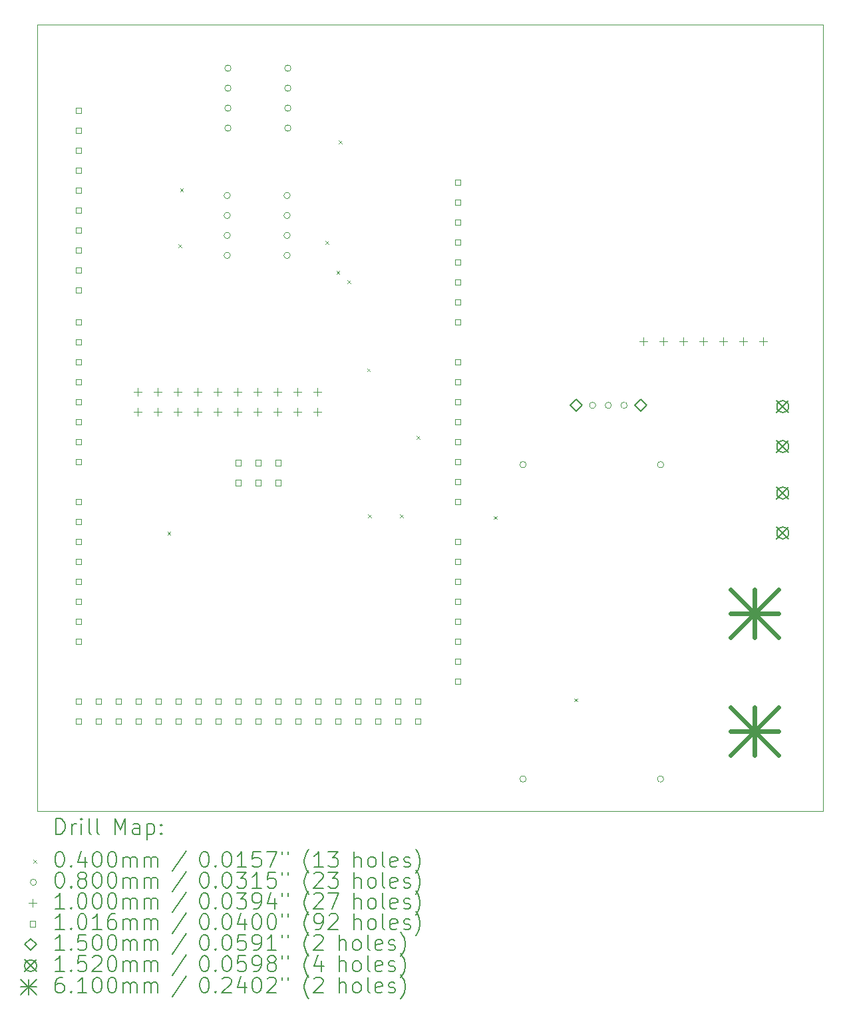
<source format=gbr>
%TF.GenerationSoftware,KiCad,Pcbnew,(7.0.0)*%
%TF.CreationDate,2023-05-12T10:49:56+02:00*%
%TF.ProjectId,BMS_Project,424d535f-5072-46f6-9a65-63742e6b6963,rev?*%
%TF.SameCoordinates,Original*%
%TF.FileFunction,Drillmap*%
%TF.FilePolarity,Positive*%
%FSLAX45Y45*%
G04 Gerber Fmt 4.5, Leading zero omitted, Abs format (unit mm)*
G04 Created by KiCad (PCBNEW (7.0.0)) date 2023-05-12 10:49:56*
%MOMM*%
%LPD*%
G01*
G04 APERTURE LIST*
%ADD10C,0.100000*%
%ADD11C,0.200000*%
%ADD12C,0.040000*%
%ADD13C,0.080000*%
%ADD14C,0.101600*%
%ADD15C,0.150000*%
%ADD16C,0.152000*%
%ADD17C,0.610000*%
G04 APERTURE END LIST*
D10*
X9870000Y-3610000D02*
X19870000Y-3610000D01*
X19870000Y-3610000D02*
X19870000Y-13610000D01*
X19870000Y-13610000D02*
X9870000Y-13610000D01*
X9870000Y-13610000D02*
X9870000Y-3610000D01*
D11*
D12*
X11530000Y-10060000D02*
X11570000Y-10100000D01*
X11570000Y-10060000D02*
X11530000Y-10100000D01*
X11670000Y-6400000D02*
X11710000Y-6440000D01*
X11710000Y-6400000D02*
X11670000Y-6440000D01*
X11690000Y-5690000D02*
X11730000Y-5730000D01*
X11730000Y-5690000D02*
X11690000Y-5730000D01*
X13540000Y-6360000D02*
X13580000Y-6400000D01*
X13580000Y-6360000D02*
X13540000Y-6400000D01*
X13680000Y-6740000D02*
X13720000Y-6780000D01*
X13720000Y-6740000D02*
X13680000Y-6780000D01*
X13710000Y-5080000D02*
X13750000Y-5120000D01*
X13750000Y-5080000D02*
X13710000Y-5120000D01*
X13821000Y-6861000D02*
X13861000Y-6901000D01*
X13861000Y-6861000D02*
X13821000Y-6901000D01*
X14070000Y-7980000D02*
X14110000Y-8020000D01*
X14110000Y-7980000D02*
X14070000Y-8020000D01*
X14080000Y-9840000D02*
X14120000Y-9880000D01*
X14120000Y-9840000D02*
X14080000Y-9880000D01*
X14490000Y-9840000D02*
X14530000Y-9880000D01*
X14530000Y-9840000D02*
X14490000Y-9880000D01*
X14700000Y-8840000D02*
X14740000Y-8880000D01*
X14740000Y-8840000D02*
X14700000Y-8880000D01*
X15680000Y-9860000D02*
X15720000Y-9900000D01*
X15720000Y-9860000D02*
X15680000Y-9900000D01*
X16706000Y-12180000D02*
X16746000Y-12220000D01*
X16746000Y-12180000D02*
X16706000Y-12220000D01*
D13*
X12330000Y-5780000D02*
G75*
G03*
X12330000Y-5780000I-40000J0D01*
G01*
X12330000Y-6034000D02*
G75*
G03*
X12330000Y-6034000I-40000J0D01*
G01*
X12330000Y-6288000D02*
G75*
G03*
X12330000Y-6288000I-40000J0D01*
G01*
X12330000Y-6542000D02*
G75*
G03*
X12330000Y-6542000I-40000J0D01*
G01*
X12340000Y-4160000D02*
G75*
G03*
X12340000Y-4160000I-40000J0D01*
G01*
X12340000Y-4414000D02*
G75*
G03*
X12340000Y-4414000I-40000J0D01*
G01*
X12340000Y-4668000D02*
G75*
G03*
X12340000Y-4668000I-40000J0D01*
G01*
X12340000Y-4922000D02*
G75*
G03*
X12340000Y-4922000I-40000J0D01*
G01*
X13092000Y-5780000D02*
G75*
G03*
X13092000Y-5780000I-40000J0D01*
G01*
X13092000Y-6034000D02*
G75*
G03*
X13092000Y-6034000I-40000J0D01*
G01*
X13092000Y-6288000D02*
G75*
G03*
X13092000Y-6288000I-40000J0D01*
G01*
X13092000Y-6542000D02*
G75*
G03*
X13092000Y-6542000I-40000J0D01*
G01*
X13102000Y-4160000D02*
G75*
G03*
X13102000Y-4160000I-40000J0D01*
G01*
X13102000Y-4414000D02*
G75*
G03*
X13102000Y-4414000I-40000J0D01*
G01*
X13102000Y-4668000D02*
G75*
G03*
X13102000Y-4668000I-40000J0D01*
G01*
X13102000Y-4922000D02*
G75*
G03*
X13102000Y-4922000I-40000J0D01*
G01*
X16095000Y-9205000D02*
G75*
G03*
X16095000Y-9205000I-40000J0D01*
G01*
X16095000Y-13205000D02*
G75*
G03*
X16095000Y-13205000I-40000J0D01*
G01*
X16980000Y-8450000D02*
G75*
G03*
X16980000Y-8450000I-40000J0D01*
G01*
X17180000Y-8450000D02*
G75*
G03*
X17180000Y-8450000I-40000J0D01*
G01*
X17380000Y-8450000D02*
G75*
G03*
X17380000Y-8450000I-40000J0D01*
G01*
X17845000Y-9205000D02*
G75*
G03*
X17845000Y-9205000I-40000J0D01*
G01*
X17845000Y-13205000D02*
G75*
G03*
X17845000Y-13205000I-40000J0D01*
G01*
D10*
X11154000Y-8230000D02*
X11154000Y-8330000D01*
X11104000Y-8280000D02*
X11204000Y-8280000D01*
X11154000Y-8484000D02*
X11154000Y-8584000D01*
X11104000Y-8534000D02*
X11204000Y-8534000D01*
X11408000Y-8230000D02*
X11408000Y-8330000D01*
X11358000Y-8280000D02*
X11458000Y-8280000D01*
X11408000Y-8484000D02*
X11408000Y-8584000D01*
X11358000Y-8534000D02*
X11458000Y-8534000D01*
X11662000Y-8230000D02*
X11662000Y-8330000D01*
X11612000Y-8280000D02*
X11712000Y-8280000D01*
X11662000Y-8484000D02*
X11662000Y-8584000D01*
X11612000Y-8534000D02*
X11712000Y-8534000D01*
X11916000Y-8230000D02*
X11916000Y-8330000D01*
X11866000Y-8280000D02*
X11966000Y-8280000D01*
X11916000Y-8484000D02*
X11916000Y-8584000D01*
X11866000Y-8534000D02*
X11966000Y-8534000D01*
X12170000Y-8230000D02*
X12170000Y-8330000D01*
X12120000Y-8280000D02*
X12220000Y-8280000D01*
X12170000Y-8484000D02*
X12170000Y-8584000D01*
X12120000Y-8534000D02*
X12220000Y-8534000D01*
X12424000Y-8230000D02*
X12424000Y-8330000D01*
X12374000Y-8280000D02*
X12474000Y-8280000D01*
X12424000Y-8484000D02*
X12424000Y-8584000D01*
X12374000Y-8534000D02*
X12474000Y-8534000D01*
X12678000Y-8230000D02*
X12678000Y-8330000D01*
X12628000Y-8280000D02*
X12728000Y-8280000D01*
X12678000Y-8484000D02*
X12678000Y-8584000D01*
X12628000Y-8534000D02*
X12728000Y-8534000D01*
X12932000Y-8230000D02*
X12932000Y-8330000D01*
X12882000Y-8280000D02*
X12982000Y-8280000D01*
X12932000Y-8484000D02*
X12932000Y-8584000D01*
X12882000Y-8534000D02*
X12982000Y-8534000D01*
X13186000Y-8230000D02*
X13186000Y-8330000D01*
X13136000Y-8280000D02*
X13236000Y-8280000D01*
X13186000Y-8484000D02*
X13186000Y-8584000D01*
X13136000Y-8534000D02*
X13236000Y-8534000D01*
X13440000Y-8230000D02*
X13440000Y-8330000D01*
X13390000Y-8280000D02*
X13490000Y-8280000D01*
X13440000Y-8484000D02*
X13440000Y-8584000D01*
X13390000Y-8534000D02*
X13490000Y-8534000D01*
X17587000Y-7585000D02*
X17587000Y-7685000D01*
X17537000Y-7635000D02*
X17637000Y-7635000D01*
X17841000Y-7585000D02*
X17841000Y-7685000D01*
X17791000Y-7635000D02*
X17891000Y-7635000D01*
X18095000Y-7585000D02*
X18095000Y-7685000D01*
X18045000Y-7635000D02*
X18145000Y-7635000D01*
X18349000Y-7585000D02*
X18349000Y-7685000D01*
X18299000Y-7635000D02*
X18399000Y-7635000D01*
X18603000Y-7585000D02*
X18603000Y-7685000D01*
X18553000Y-7635000D02*
X18653000Y-7635000D01*
X18857000Y-7585000D02*
X18857000Y-7685000D01*
X18807000Y-7635000D02*
X18907000Y-7635000D01*
X19111000Y-7585000D02*
X19111000Y-7685000D01*
X19061000Y-7635000D02*
X19161000Y-7635000D01*
D14*
X10432921Y-4732521D02*
X10432921Y-4660679D01*
X10361079Y-4660679D01*
X10361079Y-4732521D01*
X10432921Y-4732521D01*
X10432921Y-4986521D02*
X10432921Y-4914679D01*
X10361079Y-4914679D01*
X10361079Y-4986521D01*
X10432921Y-4986521D01*
X10432921Y-5240521D02*
X10432921Y-5168679D01*
X10361079Y-5168679D01*
X10361079Y-5240521D01*
X10432921Y-5240521D01*
X10432921Y-5494521D02*
X10432921Y-5422679D01*
X10361079Y-5422679D01*
X10361079Y-5494521D01*
X10432921Y-5494521D01*
X10432921Y-5748521D02*
X10432921Y-5676679D01*
X10361079Y-5676679D01*
X10361079Y-5748521D01*
X10432921Y-5748521D01*
X10432921Y-6002521D02*
X10432921Y-5930679D01*
X10361079Y-5930679D01*
X10361079Y-6002521D01*
X10432921Y-6002521D01*
X10432921Y-6256521D02*
X10432921Y-6184679D01*
X10361079Y-6184679D01*
X10361079Y-6256521D01*
X10432921Y-6256521D01*
X10432921Y-6510521D02*
X10432921Y-6438679D01*
X10361079Y-6438679D01*
X10361079Y-6510521D01*
X10432921Y-6510521D01*
X10432921Y-6764521D02*
X10432921Y-6692679D01*
X10361079Y-6692679D01*
X10361079Y-6764521D01*
X10432921Y-6764521D01*
X10432921Y-7018521D02*
X10432921Y-6946679D01*
X10361079Y-6946679D01*
X10361079Y-7018521D01*
X10432921Y-7018521D01*
X10432921Y-7424921D02*
X10432921Y-7353079D01*
X10361079Y-7353079D01*
X10361079Y-7424921D01*
X10432921Y-7424921D01*
X10432921Y-7678921D02*
X10432921Y-7607079D01*
X10361079Y-7607079D01*
X10361079Y-7678921D01*
X10432921Y-7678921D01*
X10432921Y-7932921D02*
X10432921Y-7861079D01*
X10361079Y-7861079D01*
X10361079Y-7932921D01*
X10432921Y-7932921D01*
X10432921Y-8186921D02*
X10432921Y-8115079D01*
X10361079Y-8115079D01*
X10361079Y-8186921D01*
X10432921Y-8186921D01*
X10432921Y-8440921D02*
X10432921Y-8369079D01*
X10361079Y-8369079D01*
X10361079Y-8440921D01*
X10432921Y-8440921D01*
X10432921Y-8694921D02*
X10432921Y-8623079D01*
X10361079Y-8623079D01*
X10361079Y-8694921D01*
X10432921Y-8694921D01*
X10432921Y-8948921D02*
X10432921Y-8877079D01*
X10361079Y-8877079D01*
X10361079Y-8948921D01*
X10432921Y-8948921D01*
X10432921Y-9202921D02*
X10432921Y-9131079D01*
X10361079Y-9131079D01*
X10361079Y-9202921D01*
X10432921Y-9202921D01*
X10432921Y-9710921D02*
X10432921Y-9639079D01*
X10361079Y-9639079D01*
X10361079Y-9710921D01*
X10432921Y-9710921D01*
X10432921Y-9964921D02*
X10432921Y-9893079D01*
X10361079Y-9893079D01*
X10361079Y-9964921D01*
X10432921Y-9964921D01*
X10432921Y-10218921D02*
X10432921Y-10147079D01*
X10361079Y-10147079D01*
X10361079Y-10218921D01*
X10432921Y-10218921D01*
X10432921Y-10472921D02*
X10432921Y-10401079D01*
X10361079Y-10401079D01*
X10361079Y-10472921D01*
X10432921Y-10472921D01*
X10432921Y-10726921D02*
X10432921Y-10655079D01*
X10361079Y-10655079D01*
X10361079Y-10726921D01*
X10432921Y-10726921D01*
X10432921Y-10980921D02*
X10432921Y-10909079D01*
X10361079Y-10909079D01*
X10361079Y-10980921D01*
X10432921Y-10980921D01*
X10432921Y-11234921D02*
X10432921Y-11163079D01*
X10361079Y-11163079D01*
X10361079Y-11234921D01*
X10432921Y-11234921D01*
X10432921Y-11488921D02*
X10432921Y-11417079D01*
X10361079Y-11417079D01*
X10361079Y-11488921D01*
X10432921Y-11488921D01*
X10432921Y-12250921D02*
X10432921Y-12179079D01*
X10361079Y-12179079D01*
X10361079Y-12250921D01*
X10432921Y-12250921D01*
X10432921Y-12504921D02*
X10432921Y-12433079D01*
X10361079Y-12433079D01*
X10361079Y-12504921D01*
X10432921Y-12504921D01*
X10686921Y-12250921D02*
X10686921Y-12179079D01*
X10615079Y-12179079D01*
X10615079Y-12250921D01*
X10686921Y-12250921D01*
X10686921Y-12504921D02*
X10686921Y-12433079D01*
X10615079Y-12433079D01*
X10615079Y-12504921D01*
X10686921Y-12504921D01*
X10940921Y-12250921D02*
X10940921Y-12179079D01*
X10869079Y-12179079D01*
X10869079Y-12250921D01*
X10940921Y-12250921D01*
X10940921Y-12504921D02*
X10940921Y-12433079D01*
X10869079Y-12433079D01*
X10869079Y-12504921D01*
X10940921Y-12504921D01*
X11194921Y-12250921D02*
X11194921Y-12179079D01*
X11123079Y-12179079D01*
X11123079Y-12250921D01*
X11194921Y-12250921D01*
X11194921Y-12504921D02*
X11194921Y-12433079D01*
X11123079Y-12433079D01*
X11123079Y-12504921D01*
X11194921Y-12504921D01*
X11448921Y-12250921D02*
X11448921Y-12179079D01*
X11377079Y-12179079D01*
X11377079Y-12250921D01*
X11448921Y-12250921D01*
X11448921Y-12504921D02*
X11448921Y-12433079D01*
X11377079Y-12433079D01*
X11377079Y-12504921D01*
X11448921Y-12504921D01*
X11702921Y-12250921D02*
X11702921Y-12179079D01*
X11631079Y-12179079D01*
X11631079Y-12250921D01*
X11702921Y-12250921D01*
X11702921Y-12504921D02*
X11702921Y-12433079D01*
X11631079Y-12433079D01*
X11631079Y-12504921D01*
X11702921Y-12504921D01*
X11956921Y-12250921D02*
X11956921Y-12179079D01*
X11885079Y-12179079D01*
X11885079Y-12250921D01*
X11956921Y-12250921D01*
X11956921Y-12504921D02*
X11956921Y-12433079D01*
X11885079Y-12433079D01*
X11885079Y-12504921D01*
X11956921Y-12504921D01*
X12210921Y-12250921D02*
X12210921Y-12179079D01*
X12139079Y-12179079D01*
X12139079Y-12250921D01*
X12210921Y-12250921D01*
X12210921Y-12504921D02*
X12210921Y-12433079D01*
X12139079Y-12433079D01*
X12139079Y-12504921D01*
X12210921Y-12504921D01*
X12464921Y-9215621D02*
X12464921Y-9143779D01*
X12393079Y-9143779D01*
X12393079Y-9215621D01*
X12464921Y-9215621D01*
X12464921Y-9469621D02*
X12464921Y-9397779D01*
X12393079Y-9397779D01*
X12393079Y-9469621D01*
X12464921Y-9469621D01*
X12464921Y-12250921D02*
X12464921Y-12179079D01*
X12393079Y-12179079D01*
X12393079Y-12250921D01*
X12464921Y-12250921D01*
X12464921Y-12504921D02*
X12464921Y-12433079D01*
X12393079Y-12433079D01*
X12393079Y-12504921D01*
X12464921Y-12504921D01*
X12718921Y-9215621D02*
X12718921Y-9143779D01*
X12647079Y-9143779D01*
X12647079Y-9215621D01*
X12718921Y-9215621D01*
X12718921Y-9469621D02*
X12718921Y-9397779D01*
X12647079Y-9397779D01*
X12647079Y-9469621D01*
X12718921Y-9469621D01*
X12718921Y-12250921D02*
X12718921Y-12179079D01*
X12647079Y-12179079D01*
X12647079Y-12250921D01*
X12718921Y-12250921D01*
X12718921Y-12504921D02*
X12718921Y-12433079D01*
X12647079Y-12433079D01*
X12647079Y-12504921D01*
X12718921Y-12504921D01*
X12972921Y-9215621D02*
X12972921Y-9143779D01*
X12901079Y-9143779D01*
X12901079Y-9215621D01*
X12972921Y-9215621D01*
X12972921Y-9469621D02*
X12972921Y-9397779D01*
X12901079Y-9397779D01*
X12901079Y-9469621D01*
X12972921Y-9469621D01*
X12972921Y-12250921D02*
X12972921Y-12179079D01*
X12901079Y-12179079D01*
X12901079Y-12250921D01*
X12972921Y-12250921D01*
X12972921Y-12504921D02*
X12972921Y-12433079D01*
X12901079Y-12433079D01*
X12901079Y-12504921D01*
X12972921Y-12504921D01*
X13226921Y-12250921D02*
X13226921Y-12179079D01*
X13155079Y-12179079D01*
X13155079Y-12250921D01*
X13226921Y-12250921D01*
X13226921Y-12504921D02*
X13226921Y-12433079D01*
X13155079Y-12433079D01*
X13155079Y-12504921D01*
X13226921Y-12504921D01*
X13480921Y-12250921D02*
X13480921Y-12179079D01*
X13409079Y-12179079D01*
X13409079Y-12250921D01*
X13480921Y-12250921D01*
X13480921Y-12504921D02*
X13480921Y-12433079D01*
X13409079Y-12433079D01*
X13409079Y-12504921D01*
X13480921Y-12504921D01*
X13734921Y-12250921D02*
X13734921Y-12179079D01*
X13663079Y-12179079D01*
X13663079Y-12250921D01*
X13734921Y-12250921D01*
X13734921Y-12504921D02*
X13734921Y-12433079D01*
X13663079Y-12433079D01*
X13663079Y-12504921D01*
X13734921Y-12504921D01*
X13988921Y-12250921D02*
X13988921Y-12179079D01*
X13917079Y-12179079D01*
X13917079Y-12250921D01*
X13988921Y-12250921D01*
X13988921Y-12504921D02*
X13988921Y-12433079D01*
X13917079Y-12433079D01*
X13917079Y-12504921D01*
X13988921Y-12504921D01*
X14242921Y-12250921D02*
X14242921Y-12179079D01*
X14171079Y-12179079D01*
X14171079Y-12250921D01*
X14242921Y-12250921D01*
X14242921Y-12504921D02*
X14242921Y-12433079D01*
X14171079Y-12433079D01*
X14171079Y-12504921D01*
X14242921Y-12504921D01*
X14496921Y-12250921D02*
X14496921Y-12179079D01*
X14425079Y-12179079D01*
X14425079Y-12250921D01*
X14496921Y-12250921D01*
X14496921Y-12504921D02*
X14496921Y-12433079D01*
X14425079Y-12433079D01*
X14425079Y-12504921D01*
X14496921Y-12504921D01*
X14750921Y-12250921D02*
X14750921Y-12179079D01*
X14679079Y-12179079D01*
X14679079Y-12250921D01*
X14750921Y-12250921D01*
X14750921Y-12504921D02*
X14750921Y-12433079D01*
X14679079Y-12433079D01*
X14679079Y-12504921D01*
X14750921Y-12504921D01*
X15258921Y-5646921D02*
X15258921Y-5575079D01*
X15187079Y-5575079D01*
X15187079Y-5646921D01*
X15258921Y-5646921D01*
X15258921Y-5900921D02*
X15258921Y-5829079D01*
X15187079Y-5829079D01*
X15187079Y-5900921D01*
X15258921Y-5900921D01*
X15258921Y-6154921D02*
X15258921Y-6083079D01*
X15187079Y-6083079D01*
X15187079Y-6154921D01*
X15258921Y-6154921D01*
X15258921Y-6408921D02*
X15258921Y-6337079D01*
X15187079Y-6337079D01*
X15187079Y-6408921D01*
X15258921Y-6408921D01*
X15258921Y-6662921D02*
X15258921Y-6591079D01*
X15187079Y-6591079D01*
X15187079Y-6662921D01*
X15258921Y-6662921D01*
X15258921Y-6916921D02*
X15258921Y-6845079D01*
X15187079Y-6845079D01*
X15187079Y-6916921D01*
X15258921Y-6916921D01*
X15258921Y-7170921D02*
X15258921Y-7099079D01*
X15187079Y-7099079D01*
X15187079Y-7170921D01*
X15258921Y-7170921D01*
X15258921Y-7424921D02*
X15258921Y-7353079D01*
X15187079Y-7353079D01*
X15187079Y-7424921D01*
X15258921Y-7424921D01*
X15258921Y-7932921D02*
X15258921Y-7861079D01*
X15187079Y-7861079D01*
X15187079Y-7932921D01*
X15258921Y-7932921D01*
X15258921Y-8186921D02*
X15258921Y-8115079D01*
X15187079Y-8115079D01*
X15187079Y-8186921D01*
X15258921Y-8186921D01*
X15258921Y-8440921D02*
X15258921Y-8369079D01*
X15187079Y-8369079D01*
X15187079Y-8440921D01*
X15258921Y-8440921D01*
X15258921Y-8694921D02*
X15258921Y-8623079D01*
X15187079Y-8623079D01*
X15187079Y-8694921D01*
X15258921Y-8694921D01*
X15258921Y-8948921D02*
X15258921Y-8877079D01*
X15187079Y-8877079D01*
X15187079Y-8948921D01*
X15258921Y-8948921D01*
X15258921Y-9202921D02*
X15258921Y-9131079D01*
X15187079Y-9131079D01*
X15187079Y-9202921D01*
X15258921Y-9202921D01*
X15258921Y-9456921D02*
X15258921Y-9385079D01*
X15187079Y-9385079D01*
X15187079Y-9456921D01*
X15258921Y-9456921D01*
X15258921Y-9710921D02*
X15258921Y-9639079D01*
X15187079Y-9639079D01*
X15187079Y-9710921D01*
X15258921Y-9710921D01*
X15258921Y-10218921D02*
X15258921Y-10147079D01*
X15187079Y-10147079D01*
X15187079Y-10218921D01*
X15258921Y-10218921D01*
X15258921Y-10472921D02*
X15258921Y-10401079D01*
X15187079Y-10401079D01*
X15187079Y-10472921D01*
X15258921Y-10472921D01*
X15258921Y-10726921D02*
X15258921Y-10655079D01*
X15187079Y-10655079D01*
X15187079Y-10726921D01*
X15258921Y-10726921D01*
X15258921Y-10980921D02*
X15258921Y-10909079D01*
X15187079Y-10909079D01*
X15187079Y-10980921D01*
X15258921Y-10980921D01*
X15258921Y-11234921D02*
X15258921Y-11163079D01*
X15187079Y-11163079D01*
X15187079Y-11234921D01*
X15258921Y-11234921D01*
X15258921Y-11488921D02*
X15258921Y-11417079D01*
X15187079Y-11417079D01*
X15187079Y-11488921D01*
X15258921Y-11488921D01*
X15258921Y-11742921D02*
X15258921Y-11671079D01*
X15187079Y-11671079D01*
X15187079Y-11742921D01*
X15258921Y-11742921D01*
X15258921Y-11996921D02*
X15258921Y-11925079D01*
X15187079Y-11925079D01*
X15187079Y-11996921D01*
X15258921Y-11996921D01*
D15*
X16730000Y-8525000D02*
X16805000Y-8450000D01*
X16730000Y-8375000D01*
X16655000Y-8450000D01*
X16730000Y-8525000D01*
X17550000Y-8525000D02*
X17625000Y-8450000D01*
X17550000Y-8375000D01*
X17475000Y-8450000D01*
X17550000Y-8525000D01*
D16*
X19284000Y-8390000D02*
X19436000Y-8542000D01*
X19436000Y-8390000D02*
X19284000Y-8542000D01*
X19436000Y-8466000D02*
G75*
G03*
X19436000Y-8466000I-76000J0D01*
G01*
X19284000Y-8898000D02*
X19436000Y-9050000D01*
X19436000Y-8898000D02*
X19284000Y-9050000D01*
X19436000Y-8974000D02*
G75*
G03*
X19436000Y-8974000I-76000J0D01*
G01*
X19284000Y-9490000D02*
X19436000Y-9642000D01*
X19436000Y-9490000D02*
X19284000Y-9642000D01*
X19436000Y-9566000D02*
G75*
G03*
X19436000Y-9566000I-76000J0D01*
G01*
X19284000Y-9998000D02*
X19436000Y-10150000D01*
X19436000Y-9998000D02*
X19284000Y-10150000D01*
X19436000Y-10074000D02*
G75*
G03*
X19436000Y-10074000I-76000J0D01*
G01*
D17*
X18695000Y-10795000D02*
X19305000Y-11405000D01*
X19305000Y-10795000D02*
X18695000Y-11405000D01*
X19000000Y-10795000D02*
X19000000Y-11405000D01*
X18695000Y-11100000D02*
X19305000Y-11100000D01*
X18695000Y-12295000D02*
X19305000Y-12905000D01*
X19305000Y-12295000D02*
X18695000Y-12905000D01*
X19000000Y-12295000D02*
X19000000Y-12905000D01*
X18695000Y-12600000D02*
X19305000Y-12600000D01*
D11*
X10112619Y-13908476D02*
X10112619Y-13708476D01*
X10112619Y-13708476D02*
X10160238Y-13708476D01*
X10160238Y-13708476D02*
X10188810Y-13718000D01*
X10188810Y-13718000D02*
X10207857Y-13737048D01*
X10207857Y-13737048D02*
X10217381Y-13756095D01*
X10217381Y-13756095D02*
X10226905Y-13794190D01*
X10226905Y-13794190D02*
X10226905Y-13822762D01*
X10226905Y-13822762D02*
X10217381Y-13860857D01*
X10217381Y-13860857D02*
X10207857Y-13879905D01*
X10207857Y-13879905D02*
X10188810Y-13898952D01*
X10188810Y-13898952D02*
X10160238Y-13908476D01*
X10160238Y-13908476D02*
X10112619Y-13908476D01*
X10312619Y-13908476D02*
X10312619Y-13775143D01*
X10312619Y-13813238D02*
X10322143Y-13794190D01*
X10322143Y-13794190D02*
X10331667Y-13784667D01*
X10331667Y-13784667D02*
X10350714Y-13775143D01*
X10350714Y-13775143D02*
X10369762Y-13775143D01*
X10436429Y-13908476D02*
X10436429Y-13775143D01*
X10436429Y-13708476D02*
X10426905Y-13718000D01*
X10426905Y-13718000D02*
X10436429Y-13727524D01*
X10436429Y-13727524D02*
X10445952Y-13718000D01*
X10445952Y-13718000D02*
X10436429Y-13708476D01*
X10436429Y-13708476D02*
X10436429Y-13727524D01*
X10560238Y-13908476D02*
X10541190Y-13898952D01*
X10541190Y-13898952D02*
X10531667Y-13879905D01*
X10531667Y-13879905D02*
X10531667Y-13708476D01*
X10665000Y-13908476D02*
X10645952Y-13898952D01*
X10645952Y-13898952D02*
X10636429Y-13879905D01*
X10636429Y-13879905D02*
X10636429Y-13708476D01*
X10861190Y-13908476D02*
X10861190Y-13708476D01*
X10861190Y-13708476D02*
X10927857Y-13851333D01*
X10927857Y-13851333D02*
X10994524Y-13708476D01*
X10994524Y-13708476D02*
X10994524Y-13908476D01*
X11175476Y-13908476D02*
X11175476Y-13803714D01*
X11175476Y-13803714D02*
X11165952Y-13784667D01*
X11165952Y-13784667D02*
X11146905Y-13775143D01*
X11146905Y-13775143D02*
X11108809Y-13775143D01*
X11108809Y-13775143D02*
X11089762Y-13784667D01*
X11175476Y-13898952D02*
X11156429Y-13908476D01*
X11156429Y-13908476D02*
X11108809Y-13908476D01*
X11108809Y-13908476D02*
X11089762Y-13898952D01*
X11089762Y-13898952D02*
X11080238Y-13879905D01*
X11080238Y-13879905D02*
X11080238Y-13860857D01*
X11080238Y-13860857D02*
X11089762Y-13841809D01*
X11089762Y-13841809D02*
X11108809Y-13832286D01*
X11108809Y-13832286D02*
X11156429Y-13832286D01*
X11156429Y-13832286D02*
X11175476Y-13822762D01*
X11270714Y-13775143D02*
X11270714Y-13975143D01*
X11270714Y-13784667D02*
X11289762Y-13775143D01*
X11289762Y-13775143D02*
X11327857Y-13775143D01*
X11327857Y-13775143D02*
X11346905Y-13784667D01*
X11346905Y-13784667D02*
X11356428Y-13794190D01*
X11356428Y-13794190D02*
X11365952Y-13813238D01*
X11365952Y-13813238D02*
X11365952Y-13870381D01*
X11365952Y-13870381D02*
X11356428Y-13889428D01*
X11356428Y-13889428D02*
X11346905Y-13898952D01*
X11346905Y-13898952D02*
X11327857Y-13908476D01*
X11327857Y-13908476D02*
X11289762Y-13908476D01*
X11289762Y-13908476D02*
X11270714Y-13898952D01*
X11451667Y-13889428D02*
X11461190Y-13898952D01*
X11461190Y-13898952D02*
X11451667Y-13908476D01*
X11451667Y-13908476D02*
X11442143Y-13898952D01*
X11442143Y-13898952D02*
X11451667Y-13889428D01*
X11451667Y-13889428D02*
X11451667Y-13908476D01*
X11451667Y-13784667D02*
X11461190Y-13794190D01*
X11461190Y-13794190D02*
X11451667Y-13803714D01*
X11451667Y-13803714D02*
X11442143Y-13794190D01*
X11442143Y-13794190D02*
X11451667Y-13784667D01*
X11451667Y-13784667D02*
X11451667Y-13803714D01*
D12*
X9825000Y-14235000D02*
X9865000Y-14275000D01*
X9865000Y-14235000D02*
X9825000Y-14275000D01*
D11*
X10150714Y-14128476D02*
X10169762Y-14128476D01*
X10169762Y-14128476D02*
X10188810Y-14138000D01*
X10188810Y-14138000D02*
X10198333Y-14147524D01*
X10198333Y-14147524D02*
X10207857Y-14166571D01*
X10207857Y-14166571D02*
X10217381Y-14204667D01*
X10217381Y-14204667D02*
X10217381Y-14252286D01*
X10217381Y-14252286D02*
X10207857Y-14290381D01*
X10207857Y-14290381D02*
X10198333Y-14309428D01*
X10198333Y-14309428D02*
X10188810Y-14318952D01*
X10188810Y-14318952D02*
X10169762Y-14328476D01*
X10169762Y-14328476D02*
X10150714Y-14328476D01*
X10150714Y-14328476D02*
X10131667Y-14318952D01*
X10131667Y-14318952D02*
X10122143Y-14309428D01*
X10122143Y-14309428D02*
X10112619Y-14290381D01*
X10112619Y-14290381D02*
X10103095Y-14252286D01*
X10103095Y-14252286D02*
X10103095Y-14204667D01*
X10103095Y-14204667D02*
X10112619Y-14166571D01*
X10112619Y-14166571D02*
X10122143Y-14147524D01*
X10122143Y-14147524D02*
X10131667Y-14138000D01*
X10131667Y-14138000D02*
X10150714Y-14128476D01*
X10303095Y-14309428D02*
X10312619Y-14318952D01*
X10312619Y-14318952D02*
X10303095Y-14328476D01*
X10303095Y-14328476D02*
X10293571Y-14318952D01*
X10293571Y-14318952D02*
X10303095Y-14309428D01*
X10303095Y-14309428D02*
X10303095Y-14328476D01*
X10484048Y-14195143D02*
X10484048Y-14328476D01*
X10436429Y-14118952D02*
X10388810Y-14261809D01*
X10388810Y-14261809D02*
X10512619Y-14261809D01*
X10626905Y-14128476D02*
X10645952Y-14128476D01*
X10645952Y-14128476D02*
X10665000Y-14138000D01*
X10665000Y-14138000D02*
X10674524Y-14147524D01*
X10674524Y-14147524D02*
X10684048Y-14166571D01*
X10684048Y-14166571D02*
X10693571Y-14204667D01*
X10693571Y-14204667D02*
X10693571Y-14252286D01*
X10693571Y-14252286D02*
X10684048Y-14290381D01*
X10684048Y-14290381D02*
X10674524Y-14309428D01*
X10674524Y-14309428D02*
X10665000Y-14318952D01*
X10665000Y-14318952D02*
X10645952Y-14328476D01*
X10645952Y-14328476D02*
X10626905Y-14328476D01*
X10626905Y-14328476D02*
X10607857Y-14318952D01*
X10607857Y-14318952D02*
X10598333Y-14309428D01*
X10598333Y-14309428D02*
X10588810Y-14290381D01*
X10588810Y-14290381D02*
X10579286Y-14252286D01*
X10579286Y-14252286D02*
X10579286Y-14204667D01*
X10579286Y-14204667D02*
X10588810Y-14166571D01*
X10588810Y-14166571D02*
X10598333Y-14147524D01*
X10598333Y-14147524D02*
X10607857Y-14138000D01*
X10607857Y-14138000D02*
X10626905Y-14128476D01*
X10817381Y-14128476D02*
X10836429Y-14128476D01*
X10836429Y-14128476D02*
X10855476Y-14138000D01*
X10855476Y-14138000D02*
X10865000Y-14147524D01*
X10865000Y-14147524D02*
X10874524Y-14166571D01*
X10874524Y-14166571D02*
X10884048Y-14204667D01*
X10884048Y-14204667D02*
X10884048Y-14252286D01*
X10884048Y-14252286D02*
X10874524Y-14290381D01*
X10874524Y-14290381D02*
X10865000Y-14309428D01*
X10865000Y-14309428D02*
X10855476Y-14318952D01*
X10855476Y-14318952D02*
X10836429Y-14328476D01*
X10836429Y-14328476D02*
X10817381Y-14328476D01*
X10817381Y-14328476D02*
X10798333Y-14318952D01*
X10798333Y-14318952D02*
X10788810Y-14309428D01*
X10788810Y-14309428D02*
X10779286Y-14290381D01*
X10779286Y-14290381D02*
X10769762Y-14252286D01*
X10769762Y-14252286D02*
X10769762Y-14204667D01*
X10769762Y-14204667D02*
X10779286Y-14166571D01*
X10779286Y-14166571D02*
X10788810Y-14147524D01*
X10788810Y-14147524D02*
X10798333Y-14138000D01*
X10798333Y-14138000D02*
X10817381Y-14128476D01*
X10969762Y-14328476D02*
X10969762Y-14195143D01*
X10969762Y-14214190D02*
X10979286Y-14204667D01*
X10979286Y-14204667D02*
X10998333Y-14195143D01*
X10998333Y-14195143D02*
X11026905Y-14195143D01*
X11026905Y-14195143D02*
X11045952Y-14204667D01*
X11045952Y-14204667D02*
X11055476Y-14223714D01*
X11055476Y-14223714D02*
X11055476Y-14328476D01*
X11055476Y-14223714D02*
X11065000Y-14204667D01*
X11065000Y-14204667D02*
X11084048Y-14195143D01*
X11084048Y-14195143D02*
X11112619Y-14195143D01*
X11112619Y-14195143D02*
X11131667Y-14204667D01*
X11131667Y-14204667D02*
X11141191Y-14223714D01*
X11141191Y-14223714D02*
X11141191Y-14328476D01*
X11236429Y-14328476D02*
X11236429Y-14195143D01*
X11236429Y-14214190D02*
X11245952Y-14204667D01*
X11245952Y-14204667D02*
X11265000Y-14195143D01*
X11265000Y-14195143D02*
X11293571Y-14195143D01*
X11293571Y-14195143D02*
X11312619Y-14204667D01*
X11312619Y-14204667D02*
X11322143Y-14223714D01*
X11322143Y-14223714D02*
X11322143Y-14328476D01*
X11322143Y-14223714D02*
X11331667Y-14204667D01*
X11331667Y-14204667D02*
X11350714Y-14195143D01*
X11350714Y-14195143D02*
X11379286Y-14195143D01*
X11379286Y-14195143D02*
X11398333Y-14204667D01*
X11398333Y-14204667D02*
X11407857Y-14223714D01*
X11407857Y-14223714D02*
X11407857Y-14328476D01*
X11765952Y-14118952D02*
X11594524Y-14376095D01*
X11990714Y-14128476D02*
X12009762Y-14128476D01*
X12009762Y-14128476D02*
X12028810Y-14138000D01*
X12028810Y-14138000D02*
X12038333Y-14147524D01*
X12038333Y-14147524D02*
X12047857Y-14166571D01*
X12047857Y-14166571D02*
X12057381Y-14204667D01*
X12057381Y-14204667D02*
X12057381Y-14252286D01*
X12057381Y-14252286D02*
X12047857Y-14290381D01*
X12047857Y-14290381D02*
X12038333Y-14309428D01*
X12038333Y-14309428D02*
X12028810Y-14318952D01*
X12028810Y-14318952D02*
X12009762Y-14328476D01*
X12009762Y-14328476D02*
X11990714Y-14328476D01*
X11990714Y-14328476D02*
X11971667Y-14318952D01*
X11971667Y-14318952D02*
X11962143Y-14309428D01*
X11962143Y-14309428D02*
X11952619Y-14290381D01*
X11952619Y-14290381D02*
X11943095Y-14252286D01*
X11943095Y-14252286D02*
X11943095Y-14204667D01*
X11943095Y-14204667D02*
X11952619Y-14166571D01*
X11952619Y-14166571D02*
X11962143Y-14147524D01*
X11962143Y-14147524D02*
X11971667Y-14138000D01*
X11971667Y-14138000D02*
X11990714Y-14128476D01*
X12143095Y-14309428D02*
X12152619Y-14318952D01*
X12152619Y-14318952D02*
X12143095Y-14328476D01*
X12143095Y-14328476D02*
X12133571Y-14318952D01*
X12133571Y-14318952D02*
X12143095Y-14309428D01*
X12143095Y-14309428D02*
X12143095Y-14328476D01*
X12276429Y-14128476D02*
X12295476Y-14128476D01*
X12295476Y-14128476D02*
X12314524Y-14138000D01*
X12314524Y-14138000D02*
X12324048Y-14147524D01*
X12324048Y-14147524D02*
X12333571Y-14166571D01*
X12333571Y-14166571D02*
X12343095Y-14204667D01*
X12343095Y-14204667D02*
X12343095Y-14252286D01*
X12343095Y-14252286D02*
X12333571Y-14290381D01*
X12333571Y-14290381D02*
X12324048Y-14309428D01*
X12324048Y-14309428D02*
X12314524Y-14318952D01*
X12314524Y-14318952D02*
X12295476Y-14328476D01*
X12295476Y-14328476D02*
X12276429Y-14328476D01*
X12276429Y-14328476D02*
X12257381Y-14318952D01*
X12257381Y-14318952D02*
X12247857Y-14309428D01*
X12247857Y-14309428D02*
X12238333Y-14290381D01*
X12238333Y-14290381D02*
X12228810Y-14252286D01*
X12228810Y-14252286D02*
X12228810Y-14204667D01*
X12228810Y-14204667D02*
X12238333Y-14166571D01*
X12238333Y-14166571D02*
X12247857Y-14147524D01*
X12247857Y-14147524D02*
X12257381Y-14138000D01*
X12257381Y-14138000D02*
X12276429Y-14128476D01*
X12533571Y-14328476D02*
X12419286Y-14328476D01*
X12476429Y-14328476D02*
X12476429Y-14128476D01*
X12476429Y-14128476D02*
X12457381Y-14157048D01*
X12457381Y-14157048D02*
X12438333Y-14176095D01*
X12438333Y-14176095D02*
X12419286Y-14185619D01*
X12714524Y-14128476D02*
X12619286Y-14128476D01*
X12619286Y-14128476D02*
X12609762Y-14223714D01*
X12609762Y-14223714D02*
X12619286Y-14214190D01*
X12619286Y-14214190D02*
X12638333Y-14204667D01*
X12638333Y-14204667D02*
X12685952Y-14204667D01*
X12685952Y-14204667D02*
X12705000Y-14214190D01*
X12705000Y-14214190D02*
X12714524Y-14223714D01*
X12714524Y-14223714D02*
X12724048Y-14242762D01*
X12724048Y-14242762D02*
X12724048Y-14290381D01*
X12724048Y-14290381D02*
X12714524Y-14309428D01*
X12714524Y-14309428D02*
X12705000Y-14318952D01*
X12705000Y-14318952D02*
X12685952Y-14328476D01*
X12685952Y-14328476D02*
X12638333Y-14328476D01*
X12638333Y-14328476D02*
X12619286Y-14318952D01*
X12619286Y-14318952D02*
X12609762Y-14309428D01*
X12790714Y-14128476D02*
X12924048Y-14128476D01*
X12924048Y-14128476D02*
X12838333Y-14328476D01*
X12990714Y-14128476D02*
X12990714Y-14166571D01*
X13066905Y-14128476D02*
X13066905Y-14166571D01*
X13329762Y-14404667D02*
X13320238Y-14395143D01*
X13320238Y-14395143D02*
X13301191Y-14366571D01*
X13301191Y-14366571D02*
X13291667Y-14347524D01*
X13291667Y-14347524D02*
X13282143Y-14318952D01*
X13282143Y-14318952D02*
X13272619Y-14271333D01*
X13272619Y-14271333D02*
X13272619Y-14233238D01*
X13272619Y-14233238D02*
X13282143Y-14185619D01*
X13282143Y-14185619D02*
X13291667Y-14157048D01*
X13291667Y-14157048D02*
X13301191Y-14138000D01*
X13301191Y-14138000D02*
X13320238Y-14109428D01*
X13320238Y-14109428D02*
X13329762Y-14099905D01*
X13510714Y-14328476D02*
X13396429Y-14328476D01*
X13453571Y-14328476D02*
X13453571Y-14128476D01*
X13453571Y-14128476D02*
X13434524Y-14157048D01*
X13434524Y-14157048D02*
X13415476Y-14176095D01*
X13415476Y-14176095D02*
X13396429Y-14185619D01*
X13577381Y-14128476D02*
X13701191Y-14128476D01*
X13701191Y-14128476D02*
X13634524Y-14204667D01*
X13634524Y-14204667D02*
X13663095Y-14204667D01*
X13663095Y-14204667D02*
X13682143Y-14214190D01*
X13682143Y-14214190D02*
X13691667Y-14223714D01*
X13691667Y-14223714D02*
X13701191Y-14242762D01*
X13701191Y-14242762D02*
X13701191Y-14290381D01*
X13701191Y-14290381D02*
X13691667Y-14309428D01*
X13691667Y-14309428D02*
X13682143Y-14318952D01*
X13682143Y-14318952D02*
X13663095Y-14328476D01*
X13663095Y-14328476D02*
X13605952Y-14328476D01*
X13605952Y-14328476D02*
X13586905Y-14318952D01*
X13586905Y-14318952D02*
X13577381Y-14309428D01*
X13906905Y-14328476D02*
X13906905Y-14128476D01*
X13992619Y-14328476D02*
X13992619Y-14223714D01*
X13992619Y-14223714D02*
X13983095Y-14204667D01*
X13983095Y-14204667D02*
X13964048Y-14195143D01*
X13964048Y-14195143D02*
X13935476Y-14195143D01*
X13935476Y-14195143D02*
X13916429Y-14204667D01*
X13916429Y-14204667D02*
X13906905Y-14214190D01*
X14116429Y-14328476D02*
X14097381Y-14318952D01*
X14097381Y-14318952D02*
X14087857Y-14309428D01*
X14087857Y-14309428D02*
X14078333Y-14290381D01*
X14078333Y-14290381D02*
X14078333Y-14233238D01*
X14078333Y-14233238D02*
X14087857Y-14214190D01*
X14087857Y-14214190D02*
X14097381Y-14204667D01*
X14097381Y-14204667D02*
X14116429Y-14195143D01*
X14116429Y-14195143D02*
X14145000Y-14195143D01*
X14145000Y-14195143D02*
X14164048Y-14204667D01*
X14164048Y-14204667D02*
X14173572Y-14214190D01*
X14173572Y-14214190D02*
X14183095Y-14233238D01*
X14183095Y-14233238D02*
X14183095Y-14290381D01*
X14183095Y-14290381D02*
X14173572Y-14309428D01*
X14173572Y-14309428D02*
X14164048Y-14318952D01*
X14164048Y-14318952D02*
X14145000Y-14328476D01*
X14145000Y-14328476D02*
X14116429Y-14328476D01*
X14297381Y-14328476D02*
X14278333Y-14318952D01*
X14278333Y-14318952D02*
X14268810Y-14299905D01*
X14268810Y-14299905D02*
X14268810Y-14128476D01*
X14449762Y-14318952D02*
X14430714Y-14328476D01*
X14430714Y-14328476D02*
X14392619Y-14328476D01*
X14392619Y-14328476D02*
X14373572Y-14318952D01*
X14373572Y-14318952D02*
X14364048Y-14299905D01*
X14364048Y-14299905D02*
X14364048Y-14223714D01*
X14364048Y-14223714D02*
X14373572Y-14204667D01*
X14373572Y-14204667D02*
X14392619Y-14195143D01*
X14392619Y-14195143D02*
X14430714Y-14195143D01*
X14430714Y-14195143D02*
X14449762Y-14204667D01*
X14449762Y-14204667D02*
X14459286Y-14223714D01*
X14459286Y-14223714D02*
X14459286Y-14242762D01*
X14459286Y-14242762D02*
X14364048Y-14261809D01*
X14535476Y-14318952D02*
X14554524Y-14328476D01*
X14554524Y-14328476D02*
X14592619Y-14328476D01*
X14592619Y-14328476D02*
X14611667Y-14318952D01*
X14611667Y-14318952D02*
X14621191Y-14299905D01*
X14621191Y-14299905D02*
X14621191Y-14290381D01*
X14621191Y-14290381D02*
X14611667Y-14271333D01*
X14611667Y-14271333D02*
X14592619Y-14261809D01*
X14592619Y-14261809D02*
X14564048Y-14261809D01*
X14564048Y-14261809D02*
X14545000Y-14252286D01*
X14545000Y-14252286D02*
X14535476Y-14233238D01*
X14535476Y-14233238D02*
X14535476Y-14223714D01*
X14535476Y-14223714D02*
X14545000Y-14204667D01*
X14545000Y-14204667D02*
X14564048Y-14195143D01*
X14564048Y-14195143D02*
X14592619Y-14195143D01*
X14592619Y-14195143D02*
X14611667Y-14204667D01*
X14687857Y-14404667D02*
X14697381Y-14395143D01*
X14697381Y-14395143D02*
X14716429Y-14366571D01*
X14716429Y-14366571D02*
X14725953Y-14347524D01*
X14725953Y-14347524D02*
X14735476Y-14318952D01*
X14735476Y-14318952D02*
X14745000Y-14271333D01*
X14745000Y-14271333D02*
X14745000Y-14233238D01*
X14745000Y-14233238D02*
X14735476Y-14185619D01*
X14735476Y-14185619D02*
X14725953Y-14157048D01*
X14725953Y-14157048D02*
X14716429Y-14138000D01*
X14716429Y-14138000D02*
X14697381Y-14109428D01*
X14697381Y-14109428D02*
X14687857Y-14099905D01*
D13*
X9865000Y-14519000D02*
G75*
G03*
X9865000Y-14519000I-40000J0D01*
G01*
D11*
X10150714Y-14392476D02*
X10169762Y-14392476D01*
X10169762Y-14392476D02*
X10188810Y-14402000D01*
X10188810Y-14402000D02*
X10198333Y-14411524D01*
X10198333Y-14411524D02*
X10207857Y-14430571D01*
X10207857Y-14430571D02*
X10217381Y-14468667D01*
X10217381Y-14468667D02*
X10217381Y-14516286D01*
X10217381Y-14516286D02*
X10207857Y-14554381D01*
X10207857Y-14554381D02*
X10198333Y-14573428D01*
X10198333Y-14573428D02*
X10188810Y-14582952D01*
X10188810Y-14582952D02*
X10169762Y-14592476D01*
X10169762Y-14592476D02*
X10150714Y-14592476D01*
X10150714Y-14592476D02*
X10131667Y-14582952D01*
X10131667Y-14582952D02*
X10122143Y-14573428D01*
X10122143Y-14573428D02*
X10112619Y-14554381D01*
X10112619Y-14554381D02*
X10103095Y-14516286D01*
X10103095Y-14516286D02*
X10103095Y-14468667D01*
X10103095Y-14468667D02*
X10112619Y-14430571D01*
X10112619Y-14430571D02*
X10122143Y-14411524D01*
X10122143Y-14411524D02*
X10131667Y-14402000D01*
X10131667Y-14402000D02*
X10150714Y-14392476D01*
X10303095Y-14573428D02*
X10312619Y-14582952D01*
X10312619Y-14582952D02*
X10303095Y-14592476D01*
X10303095Y-14592476D02*
X10293571Y-14582952D01*
X10293571Y-14582952D02*
X10303095Y-14573428D01*
X10303095Y-14573428D02*
X10303095Y-14592476D01*
X10426905Y-14478190D02*
X10407857Y-14468667D01*
X10407857Y-14468667D02*
X10398333Y-14459143D01*
X10398333Y-14459143D02*
X10388810Y-14440095D01*
X10388810Y-14440095D02*
X10388810Y-14430571D01*
X10388810Y-14430571D02*
X10398333Y-14411524D01*
X10398333Y-14411524D02*
X10407857Y-14402000D01*
X10407857Y-14402000D02*
X10426905Y-14392476D01*
X10426905Y-14392476D02*
X10465000Y-14392476D01*
X10465000Y-14392476D02*
X10484048Y-14402000D01*
X10484048Y-14402000D02*
X10493571Y-14411524D01*
X10493571Y-14411524D02*
X10503095Y-14430571D01*
X10503095Y-14430571D02*
X10503095Y-14440095D01*
X10503095Y-14440095D02*
X10493571Y-14459143D01*
X10493571Y-14459143D02*
X10484048Y-14468667D01*
X10484048Y-14468667D02*
X10465000Y-14478190D01*
X10465000Y-14478190D02*
X10426905Y-14478190D01*
X10426905Y-14478190D02*
X10407857Y-14487714D01*
X10407857Y-14487714D02*
X10398333Y-14497238D01*
X10398333Y-14497238D02*
X10388810Y-14516286D01*
X10388810Y-14516286D02*
X10388810Y-14554381D01*
X10388810Y-14554381D02*
X10398333Y-14573428D01*
X10398333Y-14573428D02*
X10407857Y-14582952D01*
X10407857Y-14582952D02*
X10426905Y-14592476D01*
X10426905Y-14592476D02*
X10465000Y-14592476D01*
X10465000Y-14592476D02*
X10484048Y-14582952D01*
X10484048Y-14582952D02*
X10493571Y-14573428D01*
X10493571Y-14573428D02*
X10503095Y-14554381D01*
X10503095Y-14554381D02*
X10503095Y-14516286D01*
X10503095Y-14516286D02*
X10493571Y-14497238D01*
X10493571Y-14497238D02*
X10484048Y-14487714D01*
X10484048Y-14487714D02*
X10465000Y-14478190D01*
X10626905Y-14392476D02*
X10645952Y-14392476D01*
X10645952Y-14392476D02*
X10665000Y-14402000D01*
X10665000Y-14402000D02*
X10674524Y-14411524D01*
X10674524Y-14411524D02*
X10684048Y-14430571D01*
X10684048Y-14430571D02*
X10693571Y-14468667D01*
X10693571Y-14468667D02*
X10693571Y-14516286D01*
X10693571Y-14516286D02*
X10684048Y-14554381D01*
X10684048Y-14554381D02*
X10674524Y-14573428D01*
X10674524Y-14573428D02*
X10665000Y-14582952D01*
X10665000Y-14582952D02*
X10645952Y-14592476D01*
X10645952Y-14592476D02*
X10626905Y-14592476D01*
X10626905Y-14592476D02*
X10607857Y-14582952D01*
X10607857Y-14582952D02*
X10598333Y-14573428D01*
X10598333Y-14573428D02*
X10588810Y-14554381D01*
X10588810Y-14554381D02*
X10579286Y-14516286D01*
X10579286Y-14516286D02*
X10579286Y-14468667D01*
X10579286Y-14468667D02*
X10588810Y-14430571D01*
X10588810Y-14430571D02*
X10598333Y-14411524D01*
X10598333Y-14411524D02*
X10607857Y-14402000D01*
X10607857Y-14402000D02*
X10626905Y-14392476D01*
X10817381Y-14392476D02*
X10836429Y-14392476D01*
X10836429Y-14392476D02*
X10855476Y-14402000D01*
X10855476Y-14402000D02*
X10865000Y-14411524D01*
X10865000Y-14411524D02*
X10874524Y-14430571D01*
X10874524Y-14430571D02*
X10884048Y-14468667D01*
X10884048Y-14468667D02*
X10884048Y-14516286D01*
X10884048Y-14516286D02*
X10874524Y-14554381D01*
X10874524Y-14554381D02*
X10865000Y-14573428D01*
X10865000Y-14573428D02*
X10855476Y-14582952D01*
X10855476Y-14582952D02*
X10836429Y-14592476D01*
X10836429Y-14592476D02*
X10817381Y-14592476D01*
X10817381Y-14592476D02*
X10798333Y-14582952D01*
X10798333Y-14582952D02*
X10788810Y-14573428D01*
X10788810Y-14573428D02*
X10779286Y-14554381D01*
X10779286Y-14554381D02*
X10769762Y-14516286D01*
X10769762Y-14516286D02*
X10769762Y-14468667D01*
X10769762Y-14468667D02*
X10779286Y-14430571D01*
X10779286Y-14430571D02*
X10788810Y-14411524D01*
X10788810Y-14411524D02*
X10798333Y-14402000D01*
X10798333Y-14402000D02*
X10817381Y-14392476D01*
X10969762Y-14592476D02*
X10969762Y-14459143D01*
X10969762Y-14478190D02*
X10979286Y-14468667D01*
X10979286Y-14468667D02*
X10998333Y-14459143D01*
X10998333Y-14459143D02*
X11026905Y-14459143D01*
X11026905Y-14459143D02*
X11045952Y-14468667D01*
X11045952Y-14468667D02*
X11055476Y-14487714D01*
X11055476Y-14487714D02*
X11055476Y-14592476D01*
X11055476Y-14487714D02*
X11065000Y-14468667D01*
X11065000Y-14468667D02*
X11084048Y-14459143D01*
X11084048Y-14459143D02*
X11112619Y-14459143D01*
X11112619Y-14459143D02*
X11131667Y-14468667D01*
X11131667Y-14468667D02*
X11141191Y-14487714D01*
X11141191Y-14487714D02*
X11141191Y-14592476D01*
X11236429Y-14592476D02*
X11236429Y-14459143D01*
X11236429Y-14478190D02*
X11245952Y-14468667D01*
X11245952Y-14468667D02*
X11265000Y-14459143D01*
X11265000Y-14459143D02*
X11293571Y-14459143D01*
X11293571Y-14459143D02*
X11312619Y-14468667D01*
X11312619Y-14468667D02*
X11322143Y-14487714D01*
X11322143Y-14487714D02*
X11322143Y-14592476D01*
X11322143Y-14487714D02*
X11331667Y-14468667D01*
X11331667Y-14468667D02*
X11350714Y-14459143D01*
X11350714Y-14459143D02*
X11379286Y-14459143D01*
X11379286Y-14459143D02*
X11398333Y-14468667D01*
X11398333Y-14468667D02*
X11407857Y-14487714D01*
X11407857Y-14487714D02*
X11407857Y-14592476D01*
X11765952Y-14382952D02*
X11594524Y-14640095D01*
X11990714Y-14392476D02*
X12009762Y-14392476D01*
X12009762Y-14392476D02*
X12028810Y-14402000D01*
X12028810Y-14402000D02*
X12038333Y-14411524D01*
X12038333Y-14411524D02*
X12047857Y-14430571D01*
X12047857Y-14430571D02*
X12057381Y-14468667D01*
X12057381Y-14468667D02*
X12057381Y-14516286D01*
X12057381Y-14516286D02*
X12047857Y-14554381D01*
X12047857Y-14554381D02*
X12038333Y-14573428D01*
X12038333Y-14573428D02*
X12028810Y-14582952D01*
X12028810Y-14582952D02*
X12009762Y-14592476D01*
X12009762Y-14592476D02*
X11990714Y-14592476D01*
X11990714Y-14592476D02*
X11971667Y-14582952D01*
X11971667Y-14582952D02*
X11962143Y-14573428D01*
X11962143Y-14573428D02*
X11952619Y-14554381D01*
X11952619Y-14554381D02*
X11943095Y-14516286D01*
X11943095Y-14516286D02*
X11943095Y-14468667D01*
X11943095Y-14468667D02*
X11952619Y-14430571D01*
X11952619Y-14430571D02*
X11962143Y-14411524D01*
X11962143Y-14411524D02*
X11971667Y-14402000D01*
X11971667Y-14402000D02*
X11990714Y-14392476D01*
X12143095Y-14573428D02*
X12152619Y-14582952D01*
X12152619Y-14582952D02*
X12143095Y-14592476D01*
X12143095Y-14592476D02*
X12133571Y-14582952D01*
X12133571Y-14582952D02*
X12143095Y-14573428D01*
X12143095Y-14573428D02*
X12143095Y-14592476D01*
X12276429Y-14392476D02*
X12295476Y-14392476D01*
X12295476Y-14392476D02*
X12314524Y-14402000D01*
X12314524Y-14402000D02*
X12324048Y-14411524D01*
X12324048Y-14411524D02*
X12333571Y-14430571D01*
X12333571Y-14430571D02*
X12343095Y-14468667D01*
X12343095Y-14468667D02*
X12343095Y-14516286D01*
X12343095Y-14516286D02*
X12333571Y-14554381D01*
X12333571Y-14554381D02*
X12324048Y-14573428D01*
X12324048Y-14573428D02*
X12314524Y-14582952D01*
X12314524Y-14582952D02*
X12295476Y-14592476D01*
X12295476Y-14592476D02*
X12276429Y-14592476D01*
X12276429Y-14592476D02*
X12257381Y-14582952D01*
X12257381Y-14582952D02*
X12247857Y-14573428D01*
X12247857Y-14573428D02*
X12238333Y-14554381D01*
X12238333Y-14554381D02*
X12228810Y-14516286D01*
X12228810Y-14516286D02*
X12228810Y-14468667D01*
X12228810Y-14468667D02*
X12238333Y-14430571D01*
X12238333Y-14430571D02*
X12247857Y-14411524D01*
X12247857Y-14411524D02*
X12257381Y-14402000D01*
X12257381Y-14402000D02*
X12276429Y-14392476D01*
X12409762Y-14392476D02*
X12533571Y-14392476D01*
X12533571Y-14392476D02*
X12466905Y-14468667D01*
X12466905Y-14468667D02*
X12495476Y-14468667D01*
X12495476Y-14468667D02*
X12514524Y-14478190D01*
X12514524Y-14478190D02*
X12524048Y-14487714D01*
X12524048Y-14487714D02*
X12533571Y-14506762D01*
X12533571Y-14506762D02*
X12533571Y-14554381D01*
X12533571Y-14554381D02*
X12524048Y-14573428D01*
X12524048Y-14573428D02*
X12514524Y-14582952D01*
X12514524Y-14582952D02*
X12495476Y-14592476D01*
X12495476Y-14592476D02*
X12438333Y-14592476D01*
X12438333Y-14592476D02*
X12419286Y-14582952D01*
X12419286Y-14582952D02*
X12409762Y-14573428D01*
X12724048Y-14592476D02*
X12609762Y-14592476D01*
X12666905Y-14592476D02*
X12666905Y-14392476D01*
X12666905Y-14392476D02*
X12647857Y-14421048D01*
X12647857Y-14421048D02*
X12628810Y-14440095D01*
X12628810Y-14440095D02*
X12609762Y-14449619D01*
X12905000Y-14392476D02*
X12809762Y-14392476D01*
X12809762Y-14392476D02*
X12800238Y-14487714D01*
X12800238Y-14487714D02*
X12809762Y-14478190D01*
X12809762Y-14478190D02*
X12828810Y-14468667D01*
X12828810Y-14468667D02*
X12876429Y-14468667D01*
X12876429Y-14468667D02*
X12895476Y-14478190D01*
X12895476Y-14478190D02*
X12905000Y-14487714D01*
X12905000Y-14487714D02*
X12914524Y-14506762D01*
X12914524Y-14506762D02*
X12914524Y-14554381D01*
X12914524Y-14554381D02*
X12905000Y-14573428D01*
X12905000Y-14573428D02*
X12895476Y-14582952D01*
X12895476Y-14582952D02*
X12876429Y-14592476D01*
X12876429Y-14592476D02*
X12828810Y-14592476D01*
X12828810Y-14592476D02*
X12809762Y-14582952D01*
X12809762Y-14582952D02*
X12800238Y-14573428D01*
X12990714Y-14392476D02*
X12990714Y-14430571D01*
X13066905Y-14392476D02*
X13066905Y-14430571D01*
X13329762Y-14668667D02*
X13320238Y-14659143D01*
X13320238Y-14659143D02*
X13301191Y-14630571D01*
X13301191Y-14630571D02*
X13291667Y-14611524D01*
X13291667Y-14611524D02*
X13282143Y-14582952D01*
X13282143Y-14582952D02*
X13272619Y-14535333D01*
X13272619Y-14535333D02*
X13272619Y-14497238D01*
X13272619Y-14497238D02*
X13282143Y-14449619D01*
X13282143Y-14449619D02*
X13291667Y-14421048D01*
X13291667Y-14421048D02*
X13301191Y-14402000D01*
X13301191Y-14402000D02*
X13320238Y-14373428D01*
X13320238Y-14373428D02*
X13329762Y-14363905D01*
X13396429Y-14411524D02*
X13405952Y-14402000D01*
X13405952Y-14402000D02*
X13425000Y-14392476D01*
X13425000Y-14392476D02*
X13472619Y-14392476D01*
X13472619Y-14392476D02*
X13491667Y-14402000D01*
X13491667Y-14402000D02*
X13501191Y-14411524D01*
X13501191Y-14411524D02*
X13510714Y-14430571D01*
X13510714Y-14430571D02*
X13510714Y-14449619D01*
X13510714Y-14449619D02*
X13501191Y-14478190D01*
X13501191Y-14478190D02*
X13386905Y-14592476D01*
X13386905Y-14592476D02*
X13510714Y-14592476D01*
X13577381Y-14392476D02*
X13701191Y-14392476D01*
X13701191Y-14392476D02*
X13634524Y-14468667D01*
X13634524Y-14468667D02*
X13663095Y-14468667D01*
X13663095Y-14468667D02*
X13682143Y-14478190D01*
X13682143Y-14478190D02*
X13691667Y-14487714D01*
X13691667Y-14487714D02*
X13701191Y-14506762D01*
X13701191Y-14506762D02*
X13701191Y-14554381D01*
X13701191Y-14554381D02*
X13691667Y-14573428D01*
X13691667Y-14573428D02*
X13682143Y-14582952D01*
X13682143Y-14582952D02*
X13663095Y-14592476D01*
X13663095Y-14592476D02*
X13605952Y-14592476D01*
X13605952Y-14592476D02*
X13586905Y-14582952D01*
X13586905Y-14582952D02*
X13577381Y-14573428D01*
X13906905Y-14592476D02*
X13906905Y-14392476D01*
X13992619Y-14592476D02*
X13992619Y-14487714D01*
X13992619Y-14487714D02*
X13983095Y-14468667D01*
X13983095Y-14468667D02*
X13964048Y-14459143D01*
X13964048Y-14459143D02*
X13935476Y-14459143D01*
X13935476Y-14459143D02*
X13916429Y-14468667D01*
X13916429Y-14468667D02*
X13906905Y-14478190D01*
X14116429Y-14592476D02*
X14097381Y-14582952D01*
X14097381Y-14582952D02*
X14087857Y-14573428D01*
X14087857Y-14573428D02*
X14078333Y-14554381D01*
X14078333Y-14554381D02*
X14078333Y-14497238D01*
X14078333Y-14497238D02*
X14087857Y-14478190D01*
X14087857Y-14478190D02*
X14097381Y-14468667D01*
X14097381Y-14468667D02*
X14116429Y-14459143D01*
X14116429Y-14459143D02*
X14145000Y-14459143D01*
X14145000Y-14459143D02*
X14164048Y-14468667D01*
X14164048Y-14468667D02*
X14173572Y-14478190D01*
X14173572Y-14478190D02*
X14183095Y-14497238D01*
X14183095Y-14497238D02*
X14183095Y-14554381D01*
X14183095Y-14554381D02*
X14173572Y-14573428D01*
X14173572Y-14573428D02*
X14164048Y-14582952D01*
X14164048Y-14582952D02*
X14145000Y-14592476D01*
X14145000Y-14592476D02*
X14116429Y-14592476D01*
X14297381Y-14592476D02*
X14278333Y-14582952D01*
X14278333Y-14582952D02*
X14268810Y-14563905D01*
X14268810Y-14563905D02*
X14268810Y-14392476D01*
X14449762Y-14582952D02*
X14430714Y-14592476D01*
X14430714Y-14592476D02*
X14392619Y-14592476D01*
X14392619Y-14592476D02*
X14373572Y-14582952D01*
X14373572Y-14582952D02*
X14364048Y-14563905D01*
X14364048Y-14563905D02*
X14364048Y-14487714D01*
X14364048Y-14487714D02*
X14373572Y-14468667D01*
X14373572Y-14468667D02*
X14392619Y-14459143D01*
X14392619Y-14459143D02*
X14430714Y-14459143D01*
X14430714Y-14459143D02*
X14449762Y-14468667D01*
X14449762Y-14468667D02*
X14459286Y-14487714D01*
X14459286Y-14487714D02*
X14459286Y-14506762D01*
X14459286Y-14506762D02*
X14364048Y-14525809D01*
X14535476Y-14582952D02*
X14554524Y-14592476D01*
X14554524Y-14592476D02*
X14592619Y-14592476D01*
X14592619Y-14592476D02*
X14611667Y-14582952D01*
X14611667Y-14582952D02*
X14621191Y-14563905D01*
X14621191Y-14563905D02*
X14621191Y-14554381D01*
X14621191Y-14554381D02*
X14611667Y-14535333D01*
X14611667Y-14535333D02*
X14592619Y-14525809D01*
X14592619Y-14525809D02*
X14564048Y-14525809D01*
X14564048Y-14525809D02*
X14545000Y-14516286D01*
X14545000Y-14516286D02*
X14535476Y-14497238D01*
X14535476Y-14497238D02*
X14535476Y-14487714D01*
X14535476Y-14487714D02*
X14545000Y-14468667D01*
X14545000Y-14468667D02*
X14564048Y-14459143D01*
X14564048Y-14459143D02*
X14592619Y-14459143D01*
X14592619Y-14459143D02*
X14611667Y-14468667D01*
X14687857Y-14668667D02*
X14697381Y-14659143D01*
X14697381Y-14659143D02*
X14716429Y-14630571D01*
X14716429Y-14630571D02*
X14725953Y-14611524D01*
X14725953Y-14611524D02*
X14735476Y-14582952D01*
X14735476Y-14582952D02*
X14745000Y-14535333D01*
X14745000Y-14535333D02*
X14745000Y-14497238D01*
X14745000Y-14497238D02*
X14735476Y-14449619D01*
X14735476Y-14449619D02*
X14725953Y-14421048D01*
X14725953Y-14421048D02*
X14716429Y-14402000D01*
X14716429Y-14402000D02*
X14697381Y-14373428D01*
X14697381Y-14373428D02*
X14687857Y-14363905D01*
D10*
X9815000Y-14733000D02*
X9815000Y-14833000D01*
X9765000Y-14783000D02*
X9865000Y-14783000D01*
D11*
X10217381Y-14856476D02*
X10103095Y-14856476D01*
X10160238Y-14856476D02*
X10160238Y-14656476D01*
X10160238Y-14656476D02*
X10141190Y-14685048D01*
X10141190Y-14685048D02*
X10122143Y-14704095D01*
X10122143Y-14704095D02*
X10103095Y-14713619D01*
X10303095Y-14837428D02*
X10312619Y-14846952D01*
X10312619Y-14846952D02*
X10303095Y-14856476D01*
X10303095Y-14856476D02*
X10293571Y-14846952D01*
X10293571Y-14846952D02*
X10303095Y-14837428D01*
X10303095Y-14837428D02*
X10303095Y-14856476D01*
X10436429Y-14656476D02*
X10455476Y-14656476D01*
X10455476Y-14656476D02*
X10474524Y-14666000D01*
X10474524Y-14666000D02*
X10484048Y-14675524D01*
X10484048Y-14675524D02*
X10493571Y-14694571D01*
X10493571Y-14694571D02*
X10503095Y-14732667D01*
X10503095Y-14732667D02*
X10503095Y-14780286D01*
X10503095Y-14780286D02*
X10493571Y-14818381D01*
X10493571Y-14818381D02*
X10484048Y-14837428D01*
X10484048Y-14837428D02*
X10474524Y-14846952D01*
X10474524Y-14846952D02*
X10455476Y-14856476D01*
X10455476Y-14856476D02*
X10436429Y-14856476D01*
X10436429Y-14856476D02*
X10417381Y-14846952D01*
X10417381Y-14846952D02*
X10407857Y-14837428D01*
X10407857Y-14837428D02*
X10398333Y-14818381D01*
X10398333Y-14818381D02*
X10388810Y-14780286D01*
X10388810Y-14780286D02*
X10388810Y-14732667D01*
X10388810Y-14732667D02*
X10398333Y-14694571D01*
X10398333Y-14694571D02*
X10407857Y-14675524D01*
X10407857Y-14675524D02*
X10417381Y-14666000D01*
X10417381Y-14666000D02*
X10436429Y-14656476D01*
X10626905Y-14656476D02*
X10645952Y-14656476D01*
X10645952Y-14656476D02*
X10665000Y-14666000D01*
X10665000Y-14666000D02*
X10674524Y-14675524D01*
X10674524Y-14675524D02*
X10684048Y-14694571D01*
X10684048Y-14694571D02*
X10693571Y-14732667D01*
X10693571Y-14732667D02*
X10693571Y-14780286D01*
X10693571Y-14780286D02*
X10684048Y-14818381D01*
X10684048Y-14818381D02*
X10674524Y-14837428D01*
X10674524Y-14837428D02*
X10665000Y-14846952D01*
X10665000Y-14846952D02*
X10645952Y-14856476D01*
X10645952Y-14856476D02*
X10626905Y-14856476D01*
X10626905Y-14856476D02*
X10607857Y-14846952D01*
X10607857Y-14846952D02*
X10598333Y-14837428D01*
X10598333Y-14837428D02*
X10588810Y-14818381D01*
X10588810Y-14818381D02*
X10579286Y-14780286D01*
X10579286Y-14780286D02*
X10579286Y-14732667D01*
X10579286Y-14732667D02*
X10588810Y-14694571D01*
X10588810Y-14694571D02*
X10598333Y-14675524D01*
X10598333Y-14675524D02*
X10607857Y-14666000D01*
X10607857Y-14666000D02*
X10626905Y-14656476D01*
X10817381Y-14656476D02*
X10836429Y-14656476D01*
X10836429Y-14656476D02*
X10855476Y-14666000D01*
X10855476Y-14666000D02*
X10865000Y-14675524D01*
X10865000Y-14675524D02*
X10874524Y-14694571D01*
X10874524Y-14694571D02*
X10884048Y-14732667D01*
X10884048Y-14732667D02*
X10884048Y-14780286D01*
X10884048Y-14780286D02*
X10874524Y-14818381D01*
X10874524Y-14818381D02*
X10865000Y-14837428D01*
X10865000Y-14837428D02*
X10855476Y-14846952D01*
X10855476Y-14846952D02*
X10836429Y-14856476D01*
X10836429Y-14856476D02*
X10817381Y-14856476D01*
X10817381Y-14856476D02*
X10798333Y-14846952D01*
X10798333Y-14846952D02*
X10788810Y-14837428D01*
X10788810Y-14837428D02*
X10779286Y-14818381D01*
X10779286Y-14818381D02*
X10769762Y-14780286D01*
X10769762Y-14780286D02*
X10769762Y-14732667D01*
X10769762Y-14732667D02*
X10779286Y-14694571D01*
X10779286Y-14694571D02*
X10788810Y-14675524D01*
X10788810Y-14675524D02*
X10798333Y-14666000D01*
X10798333Y-14666000D02*
X10817381Y-14656476D01*
X10969762Y-14856476D02*
X10969762Y-14723143D01*
X10969762Y-14742190D02*
X10979286Y-14732667D01*
X10979286Y-14732667D02*
X10998333Y-14723143D01*
X10998333Y-14723143D02*
X11026905Y-14723143D01*
X11026905Y-14723143D02*
X11045952Y-14732667D01*
X11045952Y-14732667D02*
X11055476Y-14751714D01*
X11055476Y-14751714D02*
X11055476Y-14856476D01*
X11055476Y-14751714D02*
X11065000Y-14732667D01*
X11065000Y-14732667D02*
X11084048Y-14723143D01*
X11084048Y-14723143D02*
X11112619Y-14723143D01*
X11112619Y-14723143D02*
X11131667Y-14732667D01*
X11131667Y-14732667D02*
X11141191Y-14751714D01*
X11141191Y-14751714D02*
X11141191Y-14856476D01*
X11236429Y-14856476D02*
X11236429Y-14723143D01*
X11236429Y-14742190D02*
X11245952Y-14732667D01*
X11245952Y-14732667D02*
X11265000Y-14723143D01*
X11265000Y-14723143D02*
X11293571Y-14723143D01*
X11293571Y-14723143D02*
X11312619Y-14732667D01*
X11312619Y-14732667D02*
X11322143Y-14751714D01*
X11322143Y-14751714D02*
X11322143Y-14856476D01*
X11322143Y-14751714D02*
X11331667Y-14732667D01*
X11331667Y-14732667D02*
X11350714Y-14723143D01*
X11350714Y-14723143D02*
X11379286Y-14723143D01*
X11379286Y-14723143D02*
X11398333Y-14732667D01*
X11398333Y-14732667D02*
X11407857Y-14751714D01*
X11407857Y-14751714D02*
X11407857Y-14856476D01*
X11765952Y-14646952D02*
X11594524Y-14904095D01*
X11990714Y-14656476D02*
X12009762Y-14656476D01*
X12009762Y-14656476D02*
X12028810Y-14666000D01*
X12028810Y-14666000D02*
X12038333Y-14675524D01*
X12038333Y-14675524D02*
X12047857Y-14694571D01*
X12047857Y-14694571D02*
X12057381Y-14732667D01*
X12057381Y-14732667D02*
X12057381Y-14780286D01*
X12057381Y-14780286D02*
X12047857Y-14818381D01*
X12047857Y-14818381D02*
X12038333Y-14837428D01*
X12038333Y-14837428D02*
X12028810Y-14846952D01*
X12028810Y-14846952D02*
X12009762Y-14856476D01*
X12009762Y-14856476D02*
X11990714Y-14856476D01*
X11990714Y-14856476D02*
X11971667Y-14846952D01*
X11971667Y-14846952D02*
X11962143Y-14837428D01*
X11962143Y-14837428D02*
X11952619Y-14818381D01*
X11952619Y-14818381D02*
X11943095Y-14780286D01*
X11943095Y-14780286D02*
X11943095Y-14732667D01*
X11943095Y-14732667D02*
X11952619Y-14694571D01*
X11952619Y-14694571D02*
X11962143Y-14675524D01*
X11962143Y-14675524D02*
X11971667Y-14666000D01*
X11971667Y-14666000D02*
X11990714Y-14656476D01*
X12143095Y-14837428D02*
X12152619Y-14846952D01*
X12152619Y-14846952D02*
X12143095Y-14856476D01*
X12143095Y-14856476D02*
X12133571Y-14846952D01*
X12133571Y-14846952D02*
X12143095Y-14837428D01*
X12143095Y-14837428D02*
X12143095Y-14856476D01*
X12276429Y-14656476D02*
X12295476Y-14656476D01*
X12295476Y-14656476D02*
X12314524Y-14666000D01*
X12314524Y-14666000D02*
X12324048Y-14675524D01*
X12324048Y-14675524D02*
X12333571Y-14694571D01*
X12333571Y-14694571D02*
X12343095Y-14732667D01*
X12343095Y-14732667D02*
X12343095Y-14780286D01*
X12343095Y-14780286D02*
X12333571Y-14818381D01*
X12333571Y-14818381D02*
X12324048Y-14837428D01*
X12324048Y-14837428D02*
X12314524Y-14846952D01*
X12314524Y-14846952D02*
X12295476Y-14856476D01*
X12295476Y-14856476D02*
X12276429Y-14856476D01*
X12276429Y-14856476D02*
X12257381Y-14846952D01*
X12257381Y-14846952D02*
X12247857Y-14837428D01*
X12247857Y-14837428D02*
X12238333Y-14818381D01*
X12238333Y-14818381D02*
X12228810Y-14780286D01*
X12228810Y-14780286D02*
X12228810Y-14732667D01*
X12228810Y-14732667D02*
X12238333Y-14694571D01*
X12238333Y-14694571D02*
X12247857Y-14675524D01*
X12247857Y-14675524D02*
X12257381Y-14666000D01*
X12257381Y-14666000D02*
X12276429Y-14656476D01*
X12409762Y-14656476D02*
X12533571Y-14656476D01*
X12533571Y-14656476D02*
X12466905Y-14732667D01*
X12466905Y-14732667D02*
X12495476Y-14732667D01*
X12495476Y-14732667D02*
X12514524Y-14742190D01*
X12514524Y-14742190D02*
X12524048Y-14751714D01*
X12524048Y-14751714D02*
X12533571Y-14770762D01*
X12533571Y-14770762D02*
X12533571Y-14818381D01*
X12533571Y-14818381D02*
X12524048Y-14837428D01*
X12524048Y-14837428D02*
X12514524Y-14846952D01*
X12514524Y-14846952D02*
X12495476Y-14856476D01*
X12495476Y-14856476D02*
X12438333Y-14856476D01*
X12438333Y-14856476D02*
X12419286Y-14846952D01*
X12419286Y-14846952D02*
X12409762Y-14837428D01*
X12628810Y-14856476D02*
X12666905Y-14856476D01*
X12666905Y-14856476D02*
X12685952Y-14846952D01*
X12685952Y-14846952D02*
X12695476Y-14837428D01*
X12695476Y-14837428D02*
X12714524Y-14808857D01*
X12714524Y-14808857D02*
X12724048Y-14770762D01*
X12724048Y-14770762D02*
X12724048Y-14694571D01*
X12724048Y-14694571D02*
X12714524Y-14675524D01*
X12714524Y-14675524D02*
X12705000Y-14666000D01*
X12705000Y-14666000D02*
X12685952Y-14656476D01*
X12685952Y-14656476D02*
X12647857Y-14656476D01*
X12647857Y-14656476D02*
X12628810Y-14666000D01*
X12628810Y-14666000D02*
X12619286Y-14675524D01*
X12619286Y-14675524D02*
X12609762Y-14694571D01*
X12609762Y-14694571D02*
X12609762Y-14742190D01*
X12609762Y-14742190D02*
X12619286Y-14761238D01*
X12619286Y-14761238D02*
X12628810Y-14770762D01*
X12628810Y-14770762D02*
X12647857Y-14780286D01*
X12647857Y-14780286D02*
X12685952Y-14780286D01*
X12685952Y-14780286D02*
X12705000Y-14770762D01*
X12705000Y-14770762D02*
X12714524Y-14761238D01*
X12714524Y-14761238D02*
X12724048Y-14742190D01*
X12895476Y-14723143D02*
X12895476Y-14856476D01*
X12847857Y-14646952D02*
X12800238Y-14789809D01*
X12800238Y-14789809D02*
X12924048Y-14789809D01*
X12990714Y-14656476D02*
X12990714Y-14694571D01*
X13066905Y-14656476D02*
X13066905Y-14694571D01*
X13329762Y-14932667D02*
X13320238Y-14923143D01*
X13320238Y-14923143D02*
X13301191Y-14894571D01*
X13301191Y-14894571D02*
X13291667Y-14875524D01*
X13291667Y-14875524D02*
X13282143Y-14846952D01*
X13282143Y-14846952D02*
X13272619Y-14799333D01*
X13272619Y-14799333D02*
X13272619Y-14761238D01*
X13272619Y-14761238D02*
X13282143Y-14713619D01*
X13282143Y-14713619D02*
X13291667Y-14685048D01*
X13291667Y-14685048D02*
X13301191Y-14666000D01*
X13301191Y-14666000D02*
X13320238Y-14637428D01*
X13320238Y-14637428D02*
X13329762Y-14627905D01*
X13396429Y-14675524D02*
X13405952Y-14666000D01*
X13405952Y-14666000D02*
X13425000Y-14656476D01*
X13425000Y-14656476D02*
X13472619Y-14656476D01*
X13472619Y-14656476D02*
X13491667Y-14666000D01*
X13491667Y-14666000D02*
X13501191Y-14675524D01*
X13501191Y-14675524D02*
X13510714Y-14694571D01*
X13510714Y-14694571D02*
X13510714Y-14713619D01*
X13510714Y-14713619D02*
X13501191Y-14742190D01*
X13501191Y-14742190D02*
X13386905Y-14856476D01*
X13386905Y-14856476D02*
X13510714Y-14856476D01*
X13577381Y-14656476D02*
X13710714Y-14656476D01*
X13710714Y-14656476D02*
X13625000Y-14856476D01*
X13906905Y-14856476D02*
X13906905Y-14656476D01*
X13992619Y-14856476D02*
X13992619Y-14751714D01*
X13992619Y-14751714D02*
X13983095Y-14732667D01*
X13983095Y-14732667D02*
X13964048Y-14723143D01*
X13964048Y-14723143D02*
X13935476Y-14723143D01*
X13935476Y-14723143D02*
X13916429Y-14732667D01*
X13916429Y-14732667D02*
X13906905Y-14742190D01*
X14116429Y-14856476D02*
X14097381Y-14846952D01*
X14097381Y-14846952D02*
X14087857Y-14837428D01*
X14087857Y-14837428D02*
X14078333Y-14818381D01*
X14078333Y-14818381D02*
X14078333Y-14761238D01*
X14078333Y-14761238D02*
X14087857Y-14742190D01*
X14087857Y-14742190D02*
X14097381Y-14732667D01*
X14097381Y-14732667D02*
X14116429Y-14723143D01*
X14116429Y-14723143D02*
X14145000Y-14723143D01*
X14145000Y-14723143D02*
X14164048Y-14732667D01*
X14164048Y-14732667D02*
X14173572Y-14742190D01*
X14173572Y-14742190D02*
X14183095Y-14761238D01*
X14183095Y-14761238D02*
X14183095Y-14818381D01*
X14183095Y-14818381D02*
X14173572Y-14837428D01*
X14173572Y-14837428D02*
X14164048Y-14846952D01*
X14164048Y-14846952D02*
X14145000Y-14856476D01*
X14145000Y-14856476D02*
X14116429Y-14856476D01*
X14297381Y-14856476D02*
X14278333Y-14846952D01*
X14278333Y-14846952D02*
X14268810Y-14827905D01*
X14268810Y-14827905D02*
X14268810Y-14656476D01*
X14449762Y-14846952D02*
X14430714Y-14856476D01*
X14430714Y-14856476D02*
X14392619Y-14856476D01*
X14392619Y-14856476D02*
X14373572Y-14846952D01*
X14373572Y-14846952D02*
X14364048Y-14827905D01*
X14364048Y-14827905D02*
X14364048Y-14751714D01*
X14364048Y-14751714D02*
X14373572Y-14732667D01*
X14373572Y-14732667D02*
X14392619Y-14723143D01*
X14392619Y-14723143D02*
X14430714Y-14723143D01*
X14430714Y-14723143D02*
X14449762Y-14732667D01*
X14449762Y-14732667D02*
X14459286Y-14751714D01*
X14459286Y-14751714D02*
X14459286Y-14770762D01*
X14459286Y-14770762D02*
X14364048Y-14789809D01*
X14535476Y-14846952D02*
X14554524Y-14856476D01*
X14554524Y-14856476D02*
X14592619Y-14856476D01*
X14592619Y-14856476D02*
X14611667Y-14846952D01*
X14611667Y-14846952D02*
X14621191Y-14827905D01*
X14621191Y-14827905D02*
X14621191Y-14818381D01*
X14621191Y-14818381D02*
X14611667Y-14799333D01*
X14611667Y-14799333D02*
X14592619Y-14789809D01*
X14592619Y-14789809D02*
X14564048Y-14789809D01*
X14564048Y-14789809D02*
X14545000Y-14780286D01*
X14545000Y-14780286D02*
X14535476Y-14761238D01*
X14535476Y-14761238D02*
X14535476Y-14751714D01*
X14535476Y-14751714D02*
X14545000Y-14732667D01*
X14545000Y-14732667D02*
X14564048Y-14723143D01*
X14564048Y-14723143D02*
X14592619Y-14723143D01*
X14592619Y-14723143D02*
X14611667Y-14732667D01*
X14687857Y-14932667D02*
X14697381Y-14923143D01*
X14697381Y-14923143D02*
X14716429Y-14894571D01*
X14716429Y-14894571D02*
X14725953Y-14875524D01*
X14725953Y-14875524D02*
X14735476Y-14846952D01*
X14735476Y-14846952D02*
X14745000Y-14799333D01*
X14745000Y-14799333D02*
X14745000Y-14761238D01*
X14745000Y-14761238D02*
X14735476Y-14713619D01*
X14735476Y-14713619D02*
X14725953Y-14685048D01*
X14725953Y-14685048D02*
X14716429Y-14666000D01*
X14716429Y-14666000D02*
X14697381Y-14637428D01*
X14697381Y-14637428D02*
X14687857Y-14627905D01*
D14*
X9850121Y-15082921D02*
X9850121Y-15011079D01*
X9778279Y-15011079D01*
X9778279Y-15082921D01*
X9850121Y-15082921D01*
D11*
X10217381Y-15120476D02*
X10103095Y-15120476D01*
X10160238Y-15120476D02*
X10160238Y-14920476D01*
X10160238Y-14920476D02*
X10141190Y-14949048D01*
X10141190Y-14949048D02*
X10122143Y-14968095D01*
X10122143Y-14968095D02*
X10103095Y-14977619D01*
X10303095Y-15101428D02*
X10312619Y-15110952D01*
X10312619Y-15110952D02*
X10303095Y-15120476D01*
X10303095Y-15120476D02*
X10293571Y-15110952D01*
X10293571Y-15110952D02*
X10303095Y-15101428D01*
X10303095Y-15101428D02*
X10303095Y-15120476D01*
X10436429Y-14920476D02*
X10455476Y-14920476D01*
X10455476Y-14920476D02*
X10474524Y-14930000D01*
X10474524Y-14930000D02*
X10484048Y-14939524D01*
X10484048Y-14939524D02*
X10493571Y-14958571D01*
X10493571Y-14958571D02*
X10503095Y-14996667D01*
X10503095Y-14996667D02*
X10503095Y-15044286D01*
X10503095Y-15044286D02*
X10493571Y-15082381D01*
X10493571Y-15082381D02*
X10484048Y-15101428D01*
X10484048Y-15101428D02*
X10474524Y-15110952D01*
X10474524Y-15110952D02*
X10455476Y-15120476D01*
X10455476Y-15120476D02*
X10436429Y-15120476D01*
X10436429Y-15120476D02*
X10417381Y-15110952D01*
X10417381Y-15110952D02*
X10407857Y-15101428D01*
X10407857Y-15101428D02*
X10398333Y-15082381D01*
X10398333Y-15082381D02*
X10388810Y-15044286D01*
X10388810Y-15044286D02*
X10388810Y-14996667D01*
X10388810Y-14996667D02*
X10398333Y-14958571D01*
X10398333Y-14958571D02*
X10407857Y-14939524D01*
X10407857Y-14939524D02*
X10417381Y-14930000D01*
X10417381Y-14930000D02*
X10436429Y-14920476D01*
X10693571Y-15120476D02*
X10579286Y-15120476D01*
X10636429Y-15120476D02*
X10636429Y-14920476D01*
X10636429Y-14920476D02*
X10617381Y-14949048D01*
X10617381Y-14949048D02*
X10598333Y-14968095D01*
X10598333Y-14968095D02*
X10579286Y-14977619D01*
X10865000Y-14920476D02*
X10826905Y-14920476D01*
X10826905Y-14920476D02*
X10807857Y-14930000D01*
X10807857Y-14930000D02*
X10798333Y-14939524D01*
X10798333Y-14939524D02*
X10779286Y-14968095D01*
X10779286Y-14968095D02*
X10769762Y-15006190D01*
X10769762Y-15006190D02*
X10769762Y-15082381D01*
X10769762Y-15082381D02*
X10779286Y-15101428D01*
X10779286Y-15101428D02*
X10788810Y-15110952D01*
X10788810Y-15110952D02*
X10807857Y-15120476D01*
X10807857Y-15120476D02*
X10845952Y-15120476D01*
X10845952Y-15120476D02*
X10865000Y-15110952D01*
X10865000Y-15110952D02*
X10874524Y-15101428D01*
X10874524Y-15101428D02*
X10884048Y-15082381D01*
X10884048Y-15082381D02*
X10884048Y-15034762D01*
X10884048Y-15034762D02*
X10874524Y-15015714D01*
X10874524Y-15015714D02*
X10865000Y-15006190D01*
X10865000Y-15006190D02*
X10845952Y-14996667D01*
X10845952Y-14996667D02*
X10807857Y-14996667D01*
X10807857Y-14996667D02*
X10788810Y-15006190D01*
X10788810Y-15006190D02*
X10779286Y-15015714D01*
X10779286Y-15015714D02*
X10769762Y-15034762D01*
X10969762Y-15120476D02*
X10969762Y-14987143D01*
X10969762Y-15006190D02*
X10979286Y-14996667D01*
X10979286Y-14996667D02*
X10998333Y-14987143D01*
X10998333Y-14987143D02*
X11026905Y-14987143D01*
X11026905Y-14987143D02*
X11045952Y-14996667D01*
X11045952Y-14996667D02*
X11055476Y-15015714D01*
X11055476Y-15015714D02*
X11055476Y-15120476D01*
X11055476Y-15015714D02*
X11065000Y-14996667D01*
X11065000Y-14996667D02*
X11084048Y-14987143D01*
X11084048Y-14987143D02*
X11112619Y-14987143D01*
X11112619Y-14987143D02*
X11131667Y-14996667D01*
X11131667Y-14996667D02*
X11141191Y-15015714D01*
X11141191Y-15015714D02*
X11141191Y-15120476D01*
X11236429Y-15120476D02*
X11236429Y-14987143D01*
X11236429Y-15006190D02*
X11245952Y-14996667D01*
X11245952Y-14996667D02*
X11265000Y-14987143D01*
X11265000Y-14987143D02*
X11293571Y-14987143D01*
X11293571Y-14987143D02*
X11312619Y-14996667D01*
X11312619Y-14996667D02*
X11322143Y-15015714D01*
X11322143Y-15015714D02*
X11322143Y-15120476D01*
X11322143Y-15015714D02*
X11331667Y-14996667D01*
X11331667Y-14996667D02*
X11350714Y-14987143D01*
X11350714Y-14987143D02*
X11379286Y-14987143D01*
X11379286Y-14987143D02*
X11398333Y-14996667D01*
X11398333Y-14996667D02*
X11407857Y-15015714D01*
X11407857Y-15015714D02*
X11407857Y-15120476D01*
X11765952Y-14910952D02*
X11594524Y-15168095D01*
X11990714Y-14920476D02*
X12009762Y-14920476D01*
X12009762Y-14920476D02*
X12028810Y-14930000D01*
X12028810Y-14930000D02*
X12038333Y-14939524D01*
X12038333Y-14939524D02*
X12047857Y-14958571D01*
X12047857Y-14958571D02*
X12057381Y-14996667D01*
X12057381Y-14996667D02*
X12057381Y-15044286D01*
X12057381Y-15044286D02*
X12047857Y-15082381D01*
X12047857Y-15082381D02*
X12038333Y-15101428D01*
X12038333Y-15101428D02*
X12028810Y-15110952D01*
X12028810Y-15110952D02*
X12009762Y-15120476D01*
X12009762Y-15120476D02*
X11990714Y-15120476D01*
X11990714Y-15120476D02*
X11971667Y-15110952D01*
X11971667Y-15110952D02*
X11962143Y-15101428D01*
X11962143Y-15101428D02*
X11952619Y-15082381D01*
X11952619Y-15082381D02*
X11943095Y-15044286D01*
X11943095Y-15044286D02*
X11943095Y-14996667D01*
X11943095Y-14996667D02*
X11952619Y-14958571D01*
X11952619Y-14958571D02*
X11962143Y-14939524D01*
X11962143Y-14939524D02*
X11971667Y-14930000D01*
X11971667Y-14930000D02*
X11990714Y-14920476D01*
X12143095Y-15101428D02*
X12152619Y-15110952D01*
X12152619Y-15110952D02*
X12143095Y-15120476D01*
X12143095Y-15120476D02*
X12133571Y-15110952D01*
X12133571Y-15110952D02*
X12143095Y-15101428D01*
X12143095Y-15101428D02*
X12143095Y-15120476D01*
X12276429Y-14920476D02*
X12295476Y-14920476D01*
X12295476Y-14920476D02*
X12314524Y-14930000D01*
X12314524Y-14930000D02*
X12324048Y-14939524D01*
X12324048Y-14939524D02*
X12333571Y-14958571D01*
X12333571Y-14958571D02*
X12343095Y-14996667D01*
X12343095Y-14996667D02*
X12343095Y-15044286D01*
X12343095Y-15044286D02*
X12333571Y-15082381D01*
X12333571Y-15082381D02*
X12324048Y-15101428D01*
X12324048Y-15101428D02*
X12314524Y-15110952D01*
X12314524Y-15110952D02*
X12295476Y-15120476D01*
X12295476Y-15120476D02*
X12276429Y-15120476D01*
X12276429Y-15120476D02*
X12257381Y-15110952D01*
X12257381Y-15110952D02*
X12247857Y-15101428D01*
X12247857Y-15101428D02*
X12238333Y-15082381D01*
X12238333Y-15082381D02*
X12228810Y-15044286D01*
X12228810Y-15044286D02*
X12228810Y-14996667D01*
X12228810Y-14996667D02*
X12238333Y-14958571D01*
X12238333Y-14958571D02*
X12247857Y-14939524D01*
X12247857Y-14939524D02*
X12257381Y-14930000D01*
X12257381Y-14930000D02*
X12276429Y-14920476D01*
X12514524Y-14987143D02*
X12514524Y-15120476D01*
X12466905Y-14910952D02*
X12419286Y-15053809D01*
X12419286Y-15053809D02*
X12543095Y-15053809D01*
X12657381Y-14920476D02*
X12676429Y-14920476D01*
X12676429Y-14920476D02*
X12695476Y-14930000D01*
X12695476Y-14930000D02*
X12705000Y-14939524D01*
X12705000Y-14939524D02*
X12714524Y-14958571D01*
X12714524Y-14958571D02*
X12724048Y-14996667D01*
X12724048Y-14996667D02*
X12724048Y-15044286D01*
X12724048Y-15044286D02*
X12714524Y-15082381D01*
X12714524Y-15082381D02*
X12705000Y-15101428D01*
X12705000Y-15101428D02*
X12695476Y-15110952D01*
X12695476Y-15110952D02*
X12676429Y-15120476D01*
X12676429Y-15120476D02*
X12657381Y-15120476D01*
X12657381Y-15120476D02*
X12638333Y-15110952D01*
X12638333Y-15110952D02*
X12628810Y-15101428D01*
X12628810Y-15101428D02*
X12619286Y-15082381D01*
X12619286Y-15082381D02*
X12609762Y-15044286D01*
X12609762Y-15044286D02*
X12609762Y-14996667D01*
X12609762Y-14996667D02*
X12619286Y-14958571D01*
X12619286Y-14958571D02*
X12628810Y-14939524D01*
X12628810Y-14939524D02*
X12638333Y-14930000D01*
X12638333Y-14930000D02*
X12657381Y-14920476D01*
X12847857Y-14920476D02*
X12866905Y-14920476D01*
X12866905Y-14920476D02*
X12885952Y-14930000D01*
X12885952Y-14930000D02*
X12895476Y-14939524D01*
X12895476Y-14939524D02*
X12905000Y-14958571D01*
X12905000Y-14958571D02*
X12914524Y-14996667D01*
X12914524Y-14996667D02*
X12914524Y-15044286D01*
X12914524Y-15044286D02*
X12905000Y-15082381D01*
X12905000Y-15082381D02*
X12895476Y-15101428D01*
X12895476Y-15101428D02*
X12885952Y-15110952D01*
X12885952Y-15110952D02*
X12866905Y-15120476D01*
X12866905Y-15120476D02*
X12847857Y-15120476D01*
X12847857Y-15120476D02*
X12828810Y-15110952D01*
X12828810Y-15110952D02*
X12819286Y-15101428D01*
X12819286Y-15101428D02*
X12809762Y-15082381D01*
X12809762Y-15082381D02*
X12800238Y-15044286D01*
X12800238Y-15044286D02*
X12800238Y-14996667D01*
X12800238Y-14996667D02*
X12809762Y-14958571D01*
X12809762Y-14958571D02*
X12819286Y-14939524D01*
X12819286Y-14939524D02*
X12828810Y-14930000D01*
X12828810Y-14930000D02*
X12847857Y-14920476D01*
X12990714Y-14920476D02*
X12990714Y-14958571D01*
X13066905Y-14920476D02*
X13066905Y-14958571D01*
X13329762Y-15196667D02*
X13320238Y-15187143D01*
X13320238Y-15187143D02*
X13301191Y-15158571D01*
X13301191Y-15158571D02*
X13291667Y-15139524D01*
X13291667Y-15139524D02*
X13282143Y-15110952D01*
X13282143Y-15110952D02*
X13272619Y-15063333D01*
X13272619Y-15063333D02*
X13272619Y-15025238D01*
X13272619Y-15025238D02*
X13282143Y-14977619D01*
X13282143Y-14977619D02*
X13291667Y-14949048D01*
X13291667Y-14949048D02*
X13301191Y-14930000D01*
X13301191Y-14930000D02*
X13320238Y-14901428D01*
X13320238Y-14901428D02*
X13329762Y-14891905D01*
X13415476Y-15120476D02*
X13453571Y-15120476D01*
X13453571Y-15120476D02*
X13472619Y-15110952D01*
X13472619Y-15110952D02*
X13482143Y-15101428D01*
X13482143Y-15101428D02*
X13501191Y-15072857D01*
X13501191Y-15072857D02*
X13510714Y-15034762D01*
X13510714Y-15034762D02*
X13510714Y-14958571D01*
X13510714Y-14958571D02*
X13501191Y-14939524D01*
X13501191Y-14939524D02*
X13491667Y-14930000D01*
X13491667Y-14930000D02*
X13472619Y-14920476D01*
X13472619Y-14920476D02*
X13434524Y-14920476D01*
X13434524Y-14920476D02*
X13415476Y-14930000D01*
X13415476Y-14930000D02*
X13405952Y-14939524D01*
X13405952Y-14939524D02*
X13396429Y-14958571D01*
X13396429Y-14958571D02*
X13396429Y-15006190D01*
X13396429Y-15006190D02*
X13405952Y-15025238D01*
X13405952Y-15025238D02*
X13415476Y-15034762D01*
X13415476Y-15034762D02*
X13434524Y-15044286D01*
X13434524Y-15044286D02*
X13472619Y-15044286D01*
X13472619Y-15044286D02*
X13491667Y-15034762D01*
X13491667Y-15034762D02*
X13501191Y-15025238D01*
X13501191Y-15025238D02*
X13510714Y-15006190D01*
X13586905Y-14939524D02*
X13596429Y-14930000D01*
X13596429Y-14930000D02*
X13615476Y-14920476D01*
X13615476Y-14920476D02*
X13663095Y-14920476D01*
X13663095Y-14920476D02*
X13682143Y-14930000D01*
X13682143Y-14930000D02*
X13691667Y-14939524D01*
X13691667Y-14939524D02*
X13701191Y-14958571D01*
X13701191Y-14958571D02*
X13701191Y-14977619D01*
X13701191Y-14977619D02*
X13691667Y-15006190D01*
X13691667Y-15006190D02*
X13577381Y-15120476D01*
X13577381Y-15120476D02*
X13701191Y-15120476D01*
X13906905Y-15120476D02*
X13906905Y-14920476D01*
X13992619Y-15120476D02*
X13992619Y-15015714D01*
X13992619Y-15015714D02*
X13983095Y-14996667D01*
X13983095Y-14996667D02*
X13964048Y-14987143D01*
X13964048Y-14987143D02*
X13935476Y-14987143D01*
X13935476Y-14987143D02*
X13916429Y-14996667D01*
X13916429Y-14996667D02*
X13906905Y-15006190D01*
X14116429Y-15120476D02*
X14097381Y-15110952D01*
X14097381Y-15110952D02*
X14087857Y-15101428D01*
X14087857Y-15101428D02*
X14078333Y-15082381D01*
X14078333Y-15082381D02*
X14078333Y-15025238D01*
X14078333Y-15025238D02*
X14087857Y-15006190D01*
X14087857Y-15006190D02*
X14097381Y-14996667D01*
X14097381Y-14996667D02*
X14116429Y-14987143D01*
X14116429Y-14987143D02*
X14145000Y-14987143D01*
X14145000Y-14987143D02*
X14164048Y-14996667D01*
X14164048Y-14996667D02*
X14173572Y-15006190D01*
X14173572Y-15006190D02*
X14183095Y-15025238D01*
X14183095Y-15025238D02*
X14183095Y-15082381D01*
X14183095Y-15082381D02*
X14173572Y-15101428D01*
X14173572Y-15101428D02*
X14164048Y-15110952D01*
X14164048Y-15110952D02*
X14145000Y-15120476D01*
X14145000Y-15120476D02*
X14116429Y-15120476D01*
X14297381Y-15120476D02*
X14278333Y-15110952D01*
X14278333Y-15110952D02*
X14268810Y-15091905D01*
X14268810Y-15091905D02*
X14268810Y-14920476D01*
X14449762Y-15110952D02*
X14430714Y-15120476D01*
X14430714Y-15120476D02*
X14392619Y-15120476D01*
X14392619Y-15120476D02*
X14373572Y-15110952D01*
X14373572Y-15110952D02*
X14364048Y-15091905D01*
X14364048Y-15091905D02*
X14364048Y-15015714D01*
X14364048Y-15015714D02*
X14373572Y-14996667D01*
X14373572Y-14996667D02*
X14392619Y-14987143D01*
X14392619Y-14987143D02*
X14430714Y-14987143D01*
X14430714Y-14987143D02*
X14449762Y-14996667D01*
X14449762Y-14996667D02*
X14459286Y-15015714D01*
X14459286Y-15015714D02*
X14459286Y-15034762D01*
X14459286Y-15034762D02*
X14364048Y-15053809D01*
X14535476Y-15110952D02*
X14554524Y-15120476D01*
X14554524Y-15120476D02*
X14592619Y-15120476D01*
X14592619Y-15120476D02*
X14611667Y-15110952D01*
X14611667Y-15110952D02*
X14621191Y-15091905D01*
X14621191Y-15091905D02*
X14621191Y-15082381D01*
X14621191Y-15082381D02*
X14611667Y-15063333D01*
X14611667Y-15063333D02*
X14592619Y-15053809D01*
X14592619Y-15053809D02*
X14564048Y-15053809D01*
X14564048Y-15053809D02*
X14545000Y-15044286D01*
X14545000Y-15044286D02*
X14535476Y-15025238D01*
X14535476Y-15025238D02*
X14535476Y-15015714D01*
X14535476Y-15015714D02*
X14545000Y-14996667D01*
X14545000Y-14996667D02*
X14564048Y-14987143D01*
X14564048Y-14987143D02*
X14592619Y-14987143D01*
X14592619Y-14987143D02*
X14611667Y-14996667D01*
X14687857Y-15196667D02*
X14697381Y-15187143D01*
X14697381Y-15187143D02*
X14716429Y-15158571D01*
X14716429Y-15158571D02*
X14725953Y-15139524D01*
X14725953Y-15139524D02*
X14735476Y-15110952D01*
X14735476Y-15110952D02*
X14745000Y-15063333D01*
X14745000Y-15063333D02*
X14745000Y-15025238D01*
X14745000Y-15025238D02*
X14735476Y-14977619D01*
X14735476Y-14977619D02*
X14725953Y-14949048D01*
X14725953Y-14949048D02*
X14716429Y-14930000D01*
X14716429Y-14930000D02*
X14697381Y-14901428D01*
X14697381Y-14901428D02*
X14687857Y-14891905D01*
D15*
X9790000Y-15386000D02*
X9865000Y-15311000D01*
X9790000Y-15236000D01*
X9715000Y-15311000D01*
X9790000Y-15386000D01*
D11*
X10217381Y-15384476D02*
X10103095Y-15384476D01*
X10160238Y-15384476D02*
X10160238Y-15184476D01*
X10160238Y-15184476D02*
X10141190Y-15213048D01*
X10141190Y-15213048D02*
X10122143Y-15232095D01*
X10122143Y-15232095D02*
X10103095Y-15241619D01*
X10303095Y-15365428D02*
X10312619Y-15374952D01*
X10312619Y-15374952D02*
X10303095Y-15384476D01*
X10303095Y-15384476D02*
X10293571Y-15374952D01*
X10293571Y-15374952D02*
X10303095Y-15365428D01*
X10303095Y-15365428D02*
X10303095Y-15384476D01*
X10493571Y-15184476D02*
X10398333Y-15184476D01*
X10398333Y-15184476D02*
X10388810Y-15279714D01*
X10388810Y-15279714D02*
X10398333Y-15270190D01*
X10398333Y-15270190D02*
X10417381Y-15260667D01*
X10417381Y-15260667D02*
X10465000Y-15260667D01*
X10465000Y-15260667D02*
X10484048Y-15270190D01*
X10484048Y-15270190D02*
X10493571Y-15279714D01*
X10493571Y-15279714D02*
X10503095Y-15298762D01*
X10503095Y-15298762D02*
X10503095Y-15346381D01*
X10503095Y-15346381D02*
X10493571Y-15365428D01*
X10493571Y-15365428D02*
X10484048Y-15374952D01*
X10484048Y-15374952D02*
X10465000Y-15384476D01*
X10465000Y-15384476D02*
X10417381Y-15384476D01*
X10417381Y-15384476D02*
X10398333Y-15374952D01*
X10398333Y-15374952D02*
X10388810Y-15365428D01*
X10626905Y-15184476D02*
X10645952Y-15184476D01*
X10645952Y-15184476D02*
X10665000Y-15194000D01*
X10665000Y-15194000D02*
X10674524Y-15203524D01*
X10674524Y-15203524D02*
X10684048Y-15222571D01*
X10684048Y-15222571D02*
X10693571Y-15260667D01*
X10693571Y-15260667D02*
X10693571Y-15308286D01*
X10693571Y-15308286D02*
X10684048Y-15346381D01*
X10684048Y-15346381D02*
X10674524Y-15365428D01*
X10674524Y-15365428D02*
X10665000Y-15374952D01*
X10665000Y-15374952D02*
X10645952Y-15384476D01*
X10645952Y-15384476D02*
X10626905Y-15384476D01*
X10626905Y-15384476D02*
X10607857Y-15374952D01*
X10607857Y-15374952D02*
X10598333Y-15365428D01*
X10598333Y-15365428D02*
X10588810Y-15346381D01*
X10588810Y-15346381D02*
X10579286Y-15308286D01*
X10579286Y-15308286D02*
X10579286Y-15260667D01*
X10579286Y-15260667D02*
X10588810Y-15222571D01*
X10588810Y-15222571D02*
X10598333Y-15203524D01*
X10598333Y-15203524D02*
X10607857Y-15194000D01*
X10607857Y-15194000D02*
X10626905Y-15184476D01*
X10817381Y-15184476D02*
X10836429Y-15184476D01*
X10836429Y-15184476D02*
X10855476Y-15194000D01*
X10855476Y-15194000D02*
X10865000Y-15203524D01*
X10865000Y-15203524D02*
X10874524Y-15222571D01*
X10874524Y-15222571D02*
X10884048Y-15260667D01*
X10884048Y-15260667D02*
X10884048Y-15308286D01*
X10884048Y-15308286D02*
X10874524Y-15346381D01*
X10874524Y-15346381D02*
X10865000Y-15365428D01*
X10865000Y-15365428D02*
X10855476Y-15374952D01*
X10855476Y-15374952D02*
X10836429Y-15384476D01*
X10836429Y-15384476D02*
X10817381Y-15384476D01*
X10817381Y-15384476D02*
X10798333Y-15374952D01*
X10798333Y-15374952D02*
X10788810Y-15365428D01*
X10788810Y-15365428D02*
X10779286Y-15346381D01*
X10779286Y-15346381D02*
X10769762Y-15308286D01*
X10769762Y-15308286D02*
X10769762Y-15260667D01*
X10769762Y-15260667D02*
X10779286Y-15222571D01*
X10779286Y-15222571D02*
X10788810Y-15203524D01*
X10788810Y-15203524D02*
X10798333Y-15194000D01*
X10798333Y-15194000D02*
X10817381Y-15184476D01*
X10969762Y-15384476D02*
X10969762Y-15251143D01*
X10969762Y-15270190D02*
X10979286Y-15260667D01*
X10979286Y-15260667D02*
X10998333Y-15251143D01*
X10998333Y-15251143D02*
X11026905Y-15251143D01*
X11026905Y-15251143D02*
X11045952Y-15260667D01*
X11045952Y-15260667D02*
X11055476Y-15279714D01*
X11055476Y-15279714D02*
X11055476Y-15384476D01*
X11055476Y-15279714D02*
X11065000Y-15260667D01*
X11065000Y-15260667D02*
X11084048Y-15251143D01*
X11084048Y-15251143D02*
X11112619Y-15251143D01*
X11112619Y-15251143D02*
X11131667Y-15260667D01*
X11131667Y-15260667D02*
X11141191Y-15279714D01*
X11141191Y-15279714D02*
X11141191Y-15384476D01*
X11236429Y-15384476D02*
X11236429Y-15251143D01*
X11236429Y-15270190D02*
X11245952Y-15260667D01*
X11245952Y-15260667D02*
X11265000Y-15251143D01*
X11265000Y-15251143D02*
X11293571Y-15251143D01*
X11293571Y-15251143D02*
X11312619Y-15260667D01*
X11312619Y-15260667D02*
X11322143Y-15279714D01*
X11322143Y-15279714D02*
X11322143Y-15384476D01*
X11322143Y-15279714D02*
X11331667Y-15260667D01*
X11331667Y-15260667D02*
X11350714Y-15251143D01*
X11350714Y-15251143D02*
X11379286Y-15251143D01*
X11379286Y-15251143D02*
X11398333Y-15260667D01*
X11398333Y-15260667D02*
X11407857Y-15279714D01*
X11407857Y-15279714D02*
X11407857Y-15384476D01*
X11765952Y-15174952D02*
X11594524Y-15432095D01*
X11990714Y-15184476D02*
X12009762Y-15184476D01*
X12009762Y-15184476D02*
X12028810Y-15194000D01*
X12028810Y-15194000D02*
X12038333Y-15203524D01*
X12038333Y-15203524D02*
X12047857Y-15222571D01*
X12047857Y-15222571D02*
X12057381Y-15260667D01*
X12057381Y-15260667D02*
X12057381Y-15308286D01*
X12057381Y-15308286D02*
X12047857Y-15346381D01*
X12047857Y-15346381D02*
X12038333Y-15365428D01*
X12038333Y-15365428D02*
X12028810Y-15374952D01*
X12028810Y-15374952D02*
X12009762Y-15384476D01*
X12009762Y-15384476D02*
X11990714Y-15384476D01*
X11990714Y-15384476D02*
X11971667Y-15374952D01*
X11971667Y-15374952D02*
X11962143Y-15365428D01*
X11962143Y-15365428D02*
X11952619Y-15346381D01*
X11952619Y-15346381D02*
X11943095Y-15308286D01*
X11943095Y-15308286D02*
X11943095Y-15260667D01*
X11943095Y-15260667D02*
X11952619Y-15222571D01*
X11952619Y-15222571D02*
X11962143Y-15203524D01*
X11962143Y-15203524D02*
X11971667Y-15194000D01*
X11971667Y-15194000D02*
X11990714Y-15184476D01*
X12143095Y-15365428D02*
X12152619Y-15374952D01*
X12152619Y-15374952D02*
X12143095Y-15384476D01*
X12143095Y-15384476D02*
X12133571Y-15374952D01*
X12133571Y-15374952D02*
X12143095Y-15365428D01*
X12143095Y-15365428D02*
X12143095Y-15384476D01*
X12276429Y-15184476D02*
X12295476Y-15184476D01*
X12295476Y-15184476D02*
X12314524Y-15194000D01*
X12314524Y-15194000D02*
X12324048Y-15203524D01*
X12324048Y-15203524D02*
X12333571Y-15222571D01*
X12333571Y-15222571D02*
X12343095Y-15260667D01*
X12343095Y-15260667D02*
X12343095Y-15308286D01*
X12343095Y-15308286D02*
X12333571Y-15346381D01*
X12333571Y-15346381D02*
X12324048Y-15365428D01*
X12324048Y-15365428D02*
X12314524Y-15374952D01*
X12314524Y-15374952D02*
X12295476Y-15384476D01*
X12295476Y-15384476D02*
X12276429Y-15384476D01*
X12276429Y-15384476D02*
X12257381Y-15374952D01*
X12257381Y-15374952D02*
X12247857Y-15365428D01*
X12247857Y-15365428D02*
X12238333Y-15346381D01*
X12238333Y-15346381D02*
X12228810Y-15308286D01*
X12228810Y-15308286D02*
X12228810Y-15260667D01*
X12228810Y-15260667D02*
X12238333Y-15222571D01*
X12238333Y-15222571D02*
X12247857Y-15203524D01*
X12247857Y-15203524D02*
X12257381Y-15194000D01*
X12257381Y-15194000D02*
X12276429Y-15184476D01*
X12524048Y-15184476D02*
X12428810Y-15184476D01*
X12428810Y-15184476D02*
X12419286Y-15279714D01*
X12419286Y-15279714D02*
X12428810Y-15270190D01*
X12428810Y-15270190D02*
X12447857Y-15260667D01*
X12447857Y-15260667D02*
X12495476Y-15260667D01*
X12495476Y-15260667D02*
X12514524Y-15270190D01*
X12514524Y-15270190D02*
X12524048Y-15279714D01*
X12524048Y-15279714D02*
X12533571Y-15298762D01*
X12533571Y-15298762D02*
X12533571Y-15346381D01*
X12533571Y-15346381D02*
X12524048Y-15365428D01*
X12524048Y-15365428D02*
X12514524Y-15374952D01*
X12514524Y-15374952D02*
X12495476Y-15384476D01*
X12495476Y-15384476D02*
X12447857Y-15384476D01*
X12447857Y-15384476D02*
X12428810Y-15374952D01*
X12428810Y-15374952D02*
X12419286Y-15365428D01*
X12628810Y-15384476D02*
X12666905Y-15384476D01*
X12666905Y-15384476D02*
X12685952Y-15374952D01*
X12685952Y-15374952D02*
X12695476Y-15365428D01*
X12695476Y-15365428D02*
X12714524Y-15336857D01*
X12714524Y-15336857D02*
X12724048Y-15298762D01*
X12724048Y-15298762D02*
X12724048Y-15222571D01*
X12724048Y-15222571D02*
X12714524Y-15203524D01*
X12714524Y-15203524D02*
X12705000Y-15194000D01*
X12705000Y-15194000D02*
X12685952Y-15184476D01*
X12685952Y-15184476D02*
X12647857Y-15184476D01*
X12647857Y-15184476D02*
X12628810Y-15194000D01*
X12628810Y-15194000D02*
X12619286Y-15203524D01*
X12619286Y-15203524D02*
X12609762Y-15222571D01*
X12609762Y-15222571D02*
X12609762Y-15270190D01*
X12609762Y-15270190D02*
X12619286Y-15289238D01*
X12619286Y-15289238D02*
X12628810Y-15298762D01*
X12628810Y-15298762D02*
X12647857Y-15308286D01*
X12647857Y-15308286D02*
X12685952Y-15308286D01*
X12685952Y-15308286D02*
X12705000Y-15298762D01*
X12705000Y-15298762D02*
X12714524Y-15289238D01*
X12714524Y-15289238D02*
X12724048Y-15270190D01*
X12914524Y-15384476D02*
X12800238Y-15384476D01*
X12857381Y-15384476D02*
X12857381Y-15184476D01*
X12857381Y-15184476D02*
X12838333Y-15213048D01*
X12838333Y-15213048D02*
X12819286Y-15232095D01*
X12819286Y-15232095D02*
X12800238Y-15241619D01*
X12990714Y-15184476D02*
X12990714Y-15222571D01*
X13066905Y-15184476D02*
X13066905Y-15222571D01*
X13329762Y-15460667D02*
X13320238Y-15451143D01*
X13320238Y-15451143D02*
X13301191Y-15422571D01*
X13301191Y-15422571D02*
X13291667Y-15403524D01*
X13291667Y-15403524D02*
X13282143Y-15374952D01*
X13282143Y-15374952D02*
X13272619Y-15327333D01*
X13272619Y-15327333D02*
X13272619Y-15289238D01*
X13272619Y-15289238D02*
X13282143Y-15241619D01*
X13282143Y-15241619D02*
X13291667Y-15213048D01*
X13291667Y-15213048D02*
X13301191Y-15194000D01*
X13301191Y-15194000D02*
X13320238Y-15165428D01*
X13320238Y-15165428D02*
X13329762Y-15155905D01*
X13396429Y-15203524D02*
X13405952Y-15194000D01*
X13405952Y-15194000D02*
X13425000Y-15184476D01*
X13425000Y-15184476D02*
X13472619Y-15184476D01*
X13472619Y-15184476D02*
X13491667Y-15194000D01*
X13491667Y-15194000D02*
X13501191Y-15203524D01*
X13501191Y-15203524D02*
X13510714Y-15222571D01*
X13510714Y-15222571D02*
X13510714Y-15241619D01*
X13510714Y-15241619D02*
X13501191Y-15270190D01*
X13501191Y-15270190D02*
X13386905Y-15384476D01*
X13386905Y-15384476D02*
X13510714Y-15384476D01*
X13716429Y-15384476D02*
X13716429Y-15184476D01*
X13802143Y-15384476D02*
X13802143Y-15279714D01*
X13802143Y-15279714D02*
X13792619Y-15260667D01*
X13792619Y-15260667D02*
X13773572Y-15251143D01*
X13773572Y-15251143D02*
X13745000Y-15251143D01*
X13745000Y-15251143D02*
X13725952Y-15260667D01*
X13725952Y-15260667D02*
X13716429Y-15270190D01*
X13925952Y-15384476D02*
X13906905Y-15374952D01*
X13906905Y-15374952D02*
X13897381Y-15365428D01*
X13897381Y-15365428D02*
X13887857Y-15346381D01*
X13887857Y-15346381D02*
X13887857Y-15289238D01*
X13887857Y-15289238D02*
X13897381Y-15270190D01*
X13897381Y-15270190D02*
X13906905Y-15260667D01*
X13906905Y-15260667D02*
X13925952Y-15251143D01*
X13925952Y-15251143D02*
X13954524Y-15251143D01*
X13954524Y-15251143D02*
X13973572Y-15260667D01*
X13973572Y-15260667D02*
X13983095Y-15270190D01*
X13983095Y-15270190D02*
X13992619Y-15289238D01*
X13992619Y-15289238D02*
X13992619Y-15346381D01*
X13992619Y-15346381D02*
X13983095Y-15365428D01*
X13983095Y-15365428D02*
X13973572Y-15374952D01*
X13973572Y-15374952D02*
X13954524Y-15384476D01*
X13954524Y-15384476D02*
X13925952Y-15384476D01*
X14106905Y-15384476D02*
X14087857Y-15374952D01*
X14087857Y-15374952D02*
X14078333Y-15355905D01*
X14078333Y-15355905D02*
X14078333Y-15184476D01*
X14259286Y-15374952D02*
X14240238Y-15384476D01*
X14240238Y-15384476D02*
X14202143Y-15384476D01*
X14202143Y-15384476D02*
X14183095Y-15374952D01*
X14183095Y-15374952D02*
X14173572Y-15355905D01*
X14173572Y-15355905D02*
X14173572Y-15279714D01*
X14173572Y-15279714D02*
X14183095Y-15260667D01*
X14183095Y-15260667D02*
X14202143Y-15251143D01*
X14202143Y-15251143D02*
X14240238Y-15251143D01*
X14240238Y-15251143D02*
X14259286Y-15260667D01*
X14259286Y-15260667D02*
X14268810Y-15279714D01*
X14268810Y-15279714D02*
X14268810Y-15298762D01*
X14268810Y-15298762D02*
X14173572Y-15317809D01*
X14345000Y-15374952D02*
X14364048Y-15384476D01*
X14364048Y-15384476D02*
X14402143Y-15384476D01*
X14402143Y-15384476D02*
X14421191Y-15374952D01*
X14421191Y-15374952D02*
X14430714Y-15355905D01*
X14430714Y-15355905D02*
X14430714Y-15346381D01*
X14430714Y-15346381D02*
X14421191Y-15327333D01*
X14421191Y-15327333D02*
X14402143Y-15317809D01*
X14402143Y-15317809D02*
X14373572Y-15317809D01*
X14373572Y-15317809D02*
X14354524Y-15308286D01*
X14354524Y-15308286D02*
X14345000Y-15289238D01*
X14345000Y-15289238D02*
X14345000Y-15279714D01*
X14345000Y-15279714D02*
X14354524Y-15260667D01*
X14354524Y-15260667D02*
X14373572Y-15251143D01*
X14373572Y-15251143D02*
X14402143Y-15251143D01*
X14402143Y-15251143D02*
X14421191Y-15260667D01*
X14497381Y-15460667D02*
X14506905Y-15451143D01*
X14506905Y-15451143D02*
X14525953Y-15422571D01*
X14525953Y-15422571D02*
X14535476Y-15403524D01*
X14535476Y-15403524D02*
X14545000Y-15374952D01*
X14545000Y-15374952D02*
X14554524Y-15327333D01*
X14554524Y-15327333D02*
X14554524Y-15289238D01*
X14554524Y-15289238D02*
X14545000Y-15241619D01*
X14545000Y-15241619D02*
X14535476Y-15213048D01*
X14535476Y-15213048D02*
X14525953Y-15194000D01*
X14525953Y-15194000D02*
X14506905Y-15165428D01*
X14506905Y-15165428D02*
X14497381Y-15155905D01*
D16*
X9713000Y-15505000D02*
X9865000Y-15657000D01*
X9865000Y-15505000D02*
X9713000Y-15657000D01*
X9865000Y-15581000D02*
G75*
G03*
X9865000Y-15581000I-76000J0D01*
G01*
D11*
X10217381Y-15654476D02*
X10103095Y-15654476D01*
X10160238Y-15654476D02*
X10160238Y-15454476D01*
X10160238Y-15454476D02*
X10141190Y-15483048D01*
X10141190Y-15483048D02*
X10122143Y-15502095D01*
X10122143Y-15502095D02*
X10103095Y-15511619D01*
X10303095Y-15635428D02*
X10312619Y-15644952D01*
X10312619Y-15644952D02*
X10303095Y-15654476D01*
X10303095Y-15654476D02*
X10293571Y-15644952D01*
X10293571Y-15644952D02*
X10303095Y-15635428D01*
X10303095Y-15635428D02*
X10303095Y-15654476D01*
X10493571Y-15454476D02*
X10398333Y-15454476D01*
X10398333Y-15454476D02*
X10388810Y-15549714D01*
X10388810Y-15549714D02*
X10398333Y-15540190D01*
X10398333Y-15540190D02*
X10417381Y-15530667D01*
X10417381Y-15530667D02*
X10465000Y-15530667D01*
X10465000Y-15530667D02*
X10484048Y-15540190D01*
X10484048Y-15540190D02*
X10493571Y-15549714D01*
X10493571Y-15549714D02*
X10503095Y-15568762D01*
X10503095Y-15568762D02*
X10503095Y-15616381D01*
X10503095Y-15616381D02*
X10493571Y-15635428D01*
X10493571Y-15635428D02*
X10484048Y-15644952D01*
X10484048Y-15644952D02*
X10465000Y-15654476D01*
X10465000Y-15654476D02*
X10417381Y-15654476D01*
X10417381Y-15654476D02*
X10398333Y-15644952D01*
X10398333Y-15644952D02*
X10388810Y-15635428D01*
X10579286Y-15473524D02*
X10588810Y-15464000D01*
X10588810Y-15464000D02*
X10607857Y-15454476D01*
X10607857Y-15454476D02*
X10655476Y-15454476D01*
X10655476Y-15454476D02*
X10674524Y-15464000D01*
X10674524Y-15464000D02*
X10684048Y-15473524D01*
X10684048Y-15473524D02*
X10693571Y-15492571D01*
X10693571Y-15492571D02*
X10693571Y-15511619D01*
X10693571Y-15511619D02*
X10684048Y-15540190D01*
X10684048Y-15540190D02*
X10569762Y-15654476D01*
X10569762Y-15654476D02*
X10693571Y-15654476D01*
X10817381Y-15454476D02*
X10836429Y-15454476D01*
X10836429Y-15454476D02*
X10855476Y-15464000D01*
X10855476Y-15464000D02*
X10865000Y-15473524D01*
X10865000Y-15473524D02*
X10874524Y-15492571D01*
X10874524Y-15492571D02*
X10884048Y-15530667D01*
X10884048Y-15530667D02*
X10884048Y-15578286D01*
X10884048Y-15578286D02*
X10874524Y-15616381D01*
X10874524Y-15616381D02*
X10865000Y-15635428D01*
X10865000Y-15635428D02*
X10855476Y-15644952D01*
X10855476Y-15644952D02*
X10836429Y-15654476D01*
X10836429Y-15654476D02*
X10817381Y-15654476D01*
X10817381Y-15654476D02*
X10798333Y-15644952D01*
X10798333Y-15644952D02*
X10788810Y-15635428D01*
X10788810Y-15635428D02*
X10779286Y-15616381D01*
X10779286Y-15616381D02*
X10769762Y-15578286D01*
X10769762Y-15578286D02*
X10769762Y-15530667D01*
X10769762Y-15530667D02*
X10779286Y-15492571D01*
X10779286Y-15492571D02*
X10788810Y-15473524D01*
X10788810Y-15473524D02*
X10798333Y-15464000D01*
X10798333Y-15464000D02*
X10817381Y-15454476D01*
X10969762Y-15654476D02*
X10969762Y-15521143D01*
X10969762Y-15540190D02*
X10979286Y-15530667D01*
X10979286Y-15530667D02*
X10998333Y-15521143D01*
X10998333Y-15521143D02*
X11026905Y-15521143D01*
X11026905Y-15521143D02*
X11045952Y-15530667D01*
X11045952Y-15530667D02*
X11055476Y-15549714D01*
X11055476Y-15549714D02*
X11055476Y-15654476D01*
X11055476Y-15549714D02*
X11065000Y-15530667D01*
X11065000Y-15530667D02*
X11084048Y-15521143D01*
X11084048Y-15521143D02*
X11112619Y-15521143D01*
X11112619Y-15521143D02*
X11131667Y-15530667D01*
X11131667Y-15530667D02*
X11141191Y-15549714D01*
X11141191Y-15549714D02*
X11141191Y-15654476D01*
X11236429Y-15654476D02*
X11236429Y-15521143D01*
X11236429Y-15540190D02*
X11245952Y-15530667D01*
X11245952Y-15530667D02*
X11265000Y-15521143D01*
X11265000Y-15521143D02*
X11293571Y-15521143D01*
X11293571Y-15521143D02*
X11312619Y-15530667D01*
X11312619Y-15530667D02*
X11322143Y-15549714D01*
X11322143Y-15549714D02*
X11322143Y-15654476D01*
X11322143Y-15549714D02*
X11331667Y-15530667D01*
X11331667Y-15530667D02*
X11350714Y-15521143D01*
X11350714Y-15521143D02*
X11379286Y-15521143D01*
X11379286Y-15521143D02*
X11398333Y-15530667D01*
X11398333Y-15530667D02*
X11407857Y-15549714D01*
X11407857Y-15549714D02*
X11407857Y-15654476D01*
X11765952Y-15444952D02*
X11594524Y-15702095D01*
X11990714Y-15454476D02*
X12009762Y-15454476D01*
X12009762Y-15454476D02*
X12028810Y-15464000D01*
X12028810Y-15464000D02*
X12038333Y-15473524D01*
X12038333Y-15473524D02*
X12047857Y-15492571D01*
X12047857Y-15492571D02*
X12057381Y-15530667D01*
X12057381Y-15530667D02*
X12057381Y-15578286D01*
X12057381Y-15578286D02*
X12047857Y-15616381D01*
X12047857Y-15616381D02*
X12038333Y-15635428D01*
X12038333Y-15635428D02*
X12028810Y-15644952D01*
X12028810Y-15644952D02*
X12009762Y-15654476D01*
X12009762Y-15654476D02*
X11990714Y-15654476D01*
X11990714Y-15654476D02*
X11971667Y-15644952D01*
X11971667Y-15644952D02*
X11962143Y-15635428D01*
X11962143Y-15635428D02*
X11952619Y-15616381D01*
X11952619Y-15616381D02*
X11943095Y-15578286D01*
X11943095Y-15578286D02*
X11943095Y-15530667D01*
X11943095Y-15530667D02*
X11952619Y-15492571D01*
X11952619Y-15492571D02*
X11962143Y-15473524D01*
X11962143Y-15473524D02*
X11971667Y-15464000D01*
X11971667Y-15464000D02*
X11990714Y-15454476D01*
X12143095Y-15635428D02*
X12152619Y-15644952D01*
X12152619Y-15644952D02*
X12143095Y-15654476D01*
X12143095Y-15654476D02*
X12133571Y-15644952D01*
X12133571Y-15644952D02*
X12143095Y-15635428D01*
X12143095Y-15635428D02*
X12143095Y-15654476D01*
X12276429Y-15454476D02*
X12295476Y-15454476D01*
X12295476Y-15454476D02*
X12314524Y-15464000D01*
X12314524Y-15464000D02*
X12324048Y-15473524D01*
X12324048Y-15473524D02*
X12333571Y-15492571D01*
X12333571Y-15492571D02*
X12343095Y-15530667D01*
X12343095Y-15530667D02*
X12343095Y-15578286D01*
X12343095Y-15578286D02*
X12333571Y-15616381D01*
X12333571Y-15616381D02*
X12324048Y-15635428D01*
X12324048Y-15635428D02*
X12314524Y-15644952D01*
X12314524Y-15644952D02*
X12295476Y-15654476D01*
X12295476Y-15654476D02*
X12276429Y-15654476D01*
X12276429Y-15654476D02*
X12257381Y-15644952D01*
X12257381Y-15644952D02*
X12247857Y-15635428D01*
X12247857Y-15635428D02*
X12238333Y-15616381D01*
X12238333Y-15616381D02*
X12228810Y-15578286D01*
X12228810Y-15578286D02*
X12228810Y-15530667D01*
X12228810Y-15530667D02*
X12238333Y-15492571D01*
X12238333Y-15492571D02*
X12247857Y-15473524D01*
X12247857Y-15473524D02*
X12257381Y-15464000D01*
X12257381Y-15464000D02*
X12276429Y-15454476D01*
X12524048Y-15454476D02*
X12428810Y-15454476D01*
X12428810Y-15454476D02*
X12419286Y-15549714D01*
X12419286Y-15549714D02*
X12428810Y-15540190D01*
X12428810Y-15540190D02*
X12447857Y-15530667D01*
X12447857Y-15530667D02*
X12495476Y-15530667D01*
X12495476Y-15530667D02*
X12514524Y-15540190D01*
X12514524Y-15540190D02*
X12524048Y-15549714D01*
X12524048Y-15549714D02*
X12533571Y-15568762D01*
X12533571Y-15568762D02*
X12533571Y-15616381D01*
X12533571Y-15616381D02*
X12524048Y-15635428D01*
X12524048Y-15635428D02*
X12514524Y-15644952D01*
X12514524Y-15644952D02*
X12495476Y-15654476D01*
X12495476Y-15654476D02*
X12447857Y-15654476D01*
X12447857Y-15654476D02*
X12428810Y-15644952D01*
X12428810Y-15644952D02*
X12419286Y-15635428D01*
X12628810Y-15654476D02*
X12666905Y-15654476D01*
X12666905Y-15654476D02*
X12685952Y-15644952D01*
X12685952Y-15644952D02*
X12695476Y-15635428D01*
X12695476Y-15635428D02*
X12714524Y-15606857D01*
X12714524Y-15606857D02*
X12724048Y-15568762D01*
X12724048Y-15568762D02*
X12724048Y-15492571D01*
X12724048Y-15492571D02*
X12714524Y-15473524D01*
X12714524Y-15473524D02*
X12705000Y-15464000D01*
X12705000Y-15464000D02*
X12685952Y-15454476D01*
X12685952Y-15454476D02*
X12647857Y-15454476D01*
X12647857Y-15454476D02*
X12628810Y-15464000D01*
X12628810Y-15464000D02*
X12619286Y-15473524D01*
X12619286Y-15473524D02*
X12609762Y-15492571D01*
X12609762Y-15492571D02*
X12609762Y-15540190D01*
X12609762Y-15540190D02*
X12619286Y-15559238D01*
X12619286Y-15559238D02*
X12628810Y-15568762D01*
X12628810Y-15568762D02*
X12647857Y-15578286D01*
X12647857Y-15578286D02*
X12685952Y-15578286D01*
X12685952Y-15578286D02*
X12705000Y-15568762D01*
X12705000Y-15568762D02*
X12714524Y-15559238D01*
X12714524Y-15559238D02*
X12724048Y-15540190D01*
X12838333Y-15540190D02*
X12819286Y-15530667D01*
X12819286Y-15530667D02*
X12809762Y-15521143D01*
X12809762Y-15521143D02*
X12800238Y-15502095D01*
X12800238Y-15502095D02*
X12800238Y-15492571D01*
X12800238Y-15492571D02*
X12809762Y-15473524D01*
X12809762Y-15473524D02*
X12819286Y-15464000D01*
X12819286Y-15464000D02*
X12838333Y-15454476D01*
X12838333Y-15454476D02*
X12876429Y-15454476D01*
X12876429Y-15454476D02*
X12895476Y-15464000D01*
X12895476Y-15464000D02*
X12905000Y-15473524D01*
X12905000Y-15473524D02*
X12914524Y-15492571D01*
X12914524Y-15492571D02*
X12914524Y-15502095D01*
X12914524Y-15502095D02*
X12905000Y-15521143D01*
X12905000Y-15521143D02*
X12895476Y-15530667D01*
X12895476Y-15530667D02*
X12876429Y-15540190D01*
X12876429Y-15540190D02*
X12838333Y-15540190D01*
X12838333Y-15540190D02*
X12819286Y-15549714D01*
X12819286Y-15549714D02*
X12809762Y-15559238D01*
X12809762Y-15559238D02*
X12800238Y-15578286D01*
X12800238Y-15578286D02*
X12800238Y-15616381D01*
X12800238Y-15616381D02*
X12809762Y-15635428D01*
X12809762Y-15635428D02*
X12819286Y-15644952D01*
X12819286Y-15644952D02*
X12838333Y-15654476D01*
X12838333Y-15654476D02*
X12876429Y-15654476D01*
X12876429Y-15654476D02*
X12895476Y-15644952D01*
X12895476Y-15644952D02*
X12905000Y-15635428D01*
X12905000Y-15635428D02*
X12914524Y-15616381D01*
X12914524Y-15616381D02*
X12914524Y-15578286D01*
X12914524Y-15578286D02*
X12905000Y-15559238D01*
X12905000Y-15559238D02*
X12895476Y-15549714D01*
X12895476Y-15549714D02*
X12876429Y-15540190D01*
X12990714Y-15454476D02*
X12990714Y-15492571D01*
X13066905Y-15454476D02*
X13066905Y-15492571D01*
X13329762Y-15730667D02*
X13320238Y-15721143D01*
X13320238Y-15721143D02*
X13301191Y-15692571D01*
X13301191Y-15692571D02*
X13291667Y-15673524D01*
X13291667Y-15673524D02*
X13282143Y-15644952D01*
X13282143Y-15644952D02*
X13272619Y-15597333D01*
X13272619Y-15597333D02*
X13272619Y-15559238D01*
X13272619Y-15559238D02*
X13282143Y-15511619D01*
X13282143Y-15511619D02*
X13291667Y-15483048D01*
X13291667Y-15483048D02*
X13301191Y-15464000D01*
X13301191Y-15464000D02*
X13320238Y-15435428D01*
X13320238Y-15435428D02*
X13329762Y-15425905D01*
X13491667Y-15521143D02*
X13491667Y-15654476D01*
X13444048Y-15444952D02*
X13396429Y-15587809D01*
X13396429Y-15587809D02*
X13520238Y-15587809D01*
X13716429Y-15654476D02*
X13716429Y-15454476D01*
X13802143Y-15654476D02*
X13802143Y-15549714D01*
X13802143Y-15549714D02*
X13792619Y-15530667D01*
X13792619Y-15530667D02*
X13773572Y-15521143D01*
X13773572Y-15521143D02*
X13745000Y-15521143D01*
X13745000Y-15521143D02*
X13725952Y-15530667D01*
X13725952Y-15530667D02*
X13716429Y-15540190D01*
X13925952Y-15654476D02*
X13906905Y-15644952D01*
X13906905Y-15644952D02*
X13897381Y-15635428D01*
X13897381Y-15635428D02*
X13887857Y-15616381D01*
X13887857Y-15616381D02*
X13887857Y-15559238D01*
X13887857Y-15559238D02*
X13897381Y-15540190D01*
X13897381Y-15540190D02*
X13906905Y-15530667D01*
X13906905Y-15530667D02*
X13925952Y-15521143D01*
X13925952Y-15521143D02*
X13954524Y-15521143D01*
X13954524Y-15521143D02*
X13973572Y-15530667D01*
X13973572Y-15530667D02*
X13983095Y-15540190D01*
X13983095Y-15540190D02*
X13992619Y-15559238D01*
X13992619Y-15559238D02*
X13992619Y-15616381D01*
X13992619Y-15616381D02*
X13983095Y-15635428D01*
X13983095Y-15635428D02*
X13973572Y-15644952D01*
X13973572Y-15644952D02*
X13954524Y-15654476D01*
X13954524Y-15654476D02*
X13925952Y-15654476D01*
X14106905Y-15654476D02*
X14087857Y-15644952D01*
X14087857Y-15644952D02*
X14078333Y-15625905D01*
X14078333Y-15625905D02*
X14078333Y-15454476D01*
X14259286Y-15644952D02*
X14240238Y-15654476D01*
X14240238Y-15654476D02*
X14202143Y-15654476D01*
X14202143Y-15654476D02*
X14183095Y-15644952D01*
X14183095Y-15644952D02*
X14173572Y-15625905D01*
X14173572Y-15625905D02*
X14173572Y-15549714D01*
X14173572Y-15549714D02*
X14183095Y-15530667D01*
X14183095Y-15530667D02*
X14202143Y-15521143D01*
X14202143Y-15521143D02*
X14240238Y-15521143D01*
X14240238Y-15521143D02*
X14259286Y-15530667D01*
X14259286Y-15530667D02*
X14268810Y-15549714D01*
X14268810Y-15549714D02*
X14268810Y-15568762D01*
X14268810Y-15568762D02*
X14173572Y-15587809D01*
X14345000Y-15644952D02*
X14364048Y-15654476D01*
X14364048Y-15654476D02*
X14402143Y-15654476D01*
X14402143Y-15654476D02*
X14421191Y-15644952D01*
X14421191Y-15644952D02*
X14430714Y-15625905D01*
X14430714Y-15625905D02*
X14430714Y-15616381D01*
X14430714Y-15616381D02*
X14421191Y-15597333D01*
X14421191Y-15597333D02*
X14402143Y-15587809D01*
X14402143Y-15587809D02*
X14373572Y-15587809D01*
X14373572Y-15587809D02*
X14354524Y-15578286D01*
X14354524Y-15578286D02*
X14345000Y-15559238D01*
X14345000Y-15559238D02*
X14345000Y-15549714D01*
X14345000Y-15549714D02*
X14354524Y-15530667D01*
X14354524Y-15530667D02*
X14373572Y-15521143D01*
X14373572Y-15521143D02*
X14402143Y-15521143D01*
X14402143Y-15521143D02*
X14421191Y-15530667D01*
X14497381Y-15730667D02*
X14506905Y-15721143D01*
X14506905Y-15721143D02*
X14525953Y-15692571D01*
X14525953Y-15692571D02*
X14535476Y-15673524D01*
X14535476Y-15673524D02*
X14545000Y-15644952D01*
X14545000Y-15644952D02*
X14554524Y-15597333D01*
X14554524Y-15597333D02*
X14554524Y-15559238D01*
X14554524Y-15559238D02*
X14545000Y-15511619D01*
X14545000Y-15511619D02*
X14535476Y-15483048D01*
X14535476Y-15483048D02*
X14525953Y-15464000D01*
X14525953Y-15464000D02*
X14506905Y-15435428D01*
X14506905Y-15435428D02*
X14497381Y-15425905D01*
X9665000Y-15753000D02*
X9865000Y-15953000D01*
X9865000Y-15753000D02*
X9665000Y-15953000D01*
X9765000Y-15753000D02*
X9765000Y-15953000D01*
X9665000Y-15853000D02*
X9865000Y-15853000D01*
X10198333Y-15726476D02*
X10160238Y-15726476D01*
X10160238Y-15726476D02*
X10141190Y-15736000D01*
X10141190Y-15736000D02*
X10131667Y-15745524D01*
X10131667Y-15745524D02*
X10112619Y-15774095D01*
X10112619Y-15774095D02*
X10103095Y-15812190D01*
X10103095Y-15812190D02*
X10103095Y-15888381D01*
X10103095Y-15888381D02*
X10112619Y-15907428D01*
X10112619Y-15907428D02*
X10122143Y-15916952D01*
X10122143Y-15916952D02*
X10141190Y-15926476D01*
X10141190Y-15926476D02*
X10179286Y-15926476D01*
X10179286Y-15926476D02*
X10198333Y-15916952D01*
X10198333Y-15916952D02*
X10207857Y-15907428D01*
X10207857Y-15907428D02*
X10217381Y-15888381D01*
X10217381Y-15888381D02*
X10217381Y-15840762D01*
X10217381Y-15840762D02*
X10207857Y-15821714D01*
X10207857Y-15821714D02*
X10198333Y-15812190D01*
X10198333Y-15812190D02*
X10179286Y-15802667D01*
X10179286Y-15802667D02*
X10141190Y-15802667D01*
X10141190Y-15802667D02*
X10122143Y-15812190D01*
X10122143Y-15812190D02*
X10112619Y-15821714D01*
X10112619Y-15821714D02*
X10103095Y-15840762D01*
X10303095Y-15907428D02*
X10312619Y-15916952D01*
X10312619Y-15916952D02*
X10303095Y-15926476D01*
X10303095Y-15926476D02*
X10293571Y-15916952D01*
X10293571Y-15916952D02*
X10303095Y-15907428D01*
X10303095Y-15907428D02*
X10303095Y-15926476D01*
X10503095Y-15926476D02*
X10388810Y-15926476D01*
X10445952Y-15926476D02*
X10445952Y-15726476D01*
X10445952Y-15726476D02*
X10426905Y-15755048D01*
X10426905Y-15755048D02*
X10407857Y-15774095D01*
X10407857Y-15774095D02*
X10388810Y-15783619D01*
X10626905Y-15726476D02*
X10645952Y-15726476D01*
X10645952Y-15726476D02*
X10665000Y-15736000D01*
X10665000Y-15736000D02*
X10674524Y-15745524D01*
X10674524Y-15745524D02*
X10684048Y-15764571D01*
X10684048Y-15764571D02*
X10693571Y-15802667D01*
X10693571Y-15802667D02*
X10693571Y-15850286D01*
X10693571Y-15850286D02*
X10684048Y-15888381D01*
X10684048Y-15888381D02*
X10674524Y-15907428D01*
X10674524Y-15907428D02*
X10665000Y-15916952D01*
X10665000Y-15916952D02*
X10645952Y-15926476D01*
X10645952Y-15926476D02*
X10626905Y-15926476D01*
X10626905Y-15926476D02*
X10607857Y-15916952D01*
X10607857Y-15916952D02*
X10598333Y-15907428D01*
X10598333Y-15907428D02*
X10588810Y-15888381D01*
X10588810Y-15888381D02*
X10579286Y-15850286D01*
X10579286Y-15850286D02*
X10579286Y-15802667D01*
X10579286Y-15802667D02*
X10588810Y-15764571D01*
X10588810Y-15764571D02*
X10598333Y-15745524D01*
X10598333Y-15745524D02*
X10607857Y-15736000D01*
X10607857Y-15736000D02*
X10626905Y-15726476D01*
X10817381Y-15726476D02*
X10836429Y-15726476D01*
X10836429Y-15726476D02*
X10855476Y-15736000D01*
X10855476Y-15736000D02*
X10865000Y-15745524D01*
X10865000Y-15745524D02*
X10874524Y-15764571D01*
X10874524Y-15764571D02*
X10884048Y-15802667D01*
X10884048Y-15802667D02*
X10884048Y-15850286D01*
X10884048Y-15850286D02*
X10874524Y-15888381D01*
X10874524Y-15888381D02*
X10865000Y-15907428D01*
X10865000Y-15907428D02*
X10855476Y-15916952D01*
X10855476Y-15916952D02*
X10836429Y-15926476D01*
X10836429Y-15926476D02*
X10817381Y-15926476D01*
X10817381Y-15926476D02*
X10798333Y-15916952D01*
X10798333Y-15916952D02*
X10788810Y-15907428D01*
X10788810Y-15907428D02*
X10779286Y-15888381D01*
X10779286Y-15888381D02*
X10769762Y-15850286D01*
X10769762Y-15850286D02*
X10769762Y-15802667D01*
X10769762Y-15802667D02*
X10779286Y-15764571D01*
X10779286Y-15764571D02*
X10788810Y-15745524D01*
X10788810Y-15745524D02*
X10798333Y-15736000D01*
X10798333Y-15736000D02*
X10817381Y-15726476D01*
X10969762Y-15926476D02*
X10969762Y-15793143D01*
X10969762Y-15812190D02*
X10979286Y-15802667D01*
X10979286Y-15802667D02*
X10998333Y-15793143D01*
X10998333Y-15793143D02*
X11026905Y-15793143D01*
X11026905Y-15793143D02*
X11045952Y-15802667D01*
X11045952Y-15802667D02*
X11055476Y-15821714D01*
X11055476Y-15821714D02*
X11055476Y-15926476D01*
X11055476Y-15821714D02*
X11065000Y-15802667D01*
X11065000Y-15802667D02*
X11084048Y-15793143D01*
X11084048Y-15793143D02*
X11112619Y-15793143D01*
X11112619Y-15793143D02*
X11131667Y-15802667D01*
X11131667Y-15802667D02*
X11141191Y-15821714D01*
X11141191Y-15821714D02*
X11141191Y-15926476D01*
X11236429Y-15926476D02*
X11236429Y-15793143D01*
X11236429Y-15812190D02*
X11245952Y-15802667D01*
X11245952Y-15802667D02*
X11265000Y-15793143D01*
X11265000Y-15793143D02*
X11293571Y-15793143D01*
X11293571Y-15793143D02*
X11312619Y-15802667D01*
X11312619Y-15802667D02*
X11322143Y-15821714D01*
X11322143Y-15821714D02*
X11322143Y-15926476D01*
X11322143Y-15821714D02*
X11331667Y-15802667D01*
X11331667Y-15802667D02*
X11350714Y-15793143D01*
X11350714Y-15793143D02*
X11379286Y-15793143D01*
X11379286Y-15793143D02*
X11398333Y-15802667D01*
X11398333Y-15802667D02*
X11407857Y-15821714D01*
X11407857Y-15821714D02*
X11407857Y-15926476D01*
X11765952Y-15716952D02*
X11594524Y-15974095D01*
X11990714Y-15726476D02*
X12009762Y-15726476D01*
X12009762Y-15726476D02*
X12028810Y-15736000D01*
X12028810Y-15736000D02*
X12038333Y-15745524D01*
X12038333Y-15745524D02*
X12047857Y-15764571D01*
X12047857Y-15764571D02*
X12057381Y-15802667D01*
X12057381Y-15802667D02*
X12057381Y-15850286D01*
X12057381Y-15850286D02*
X12047857Y-15888381D01*
X12047857Y-15888381D02*
X12038333Y-15907428D01*
X12038333Y-15907428D02*
X12028810Y-15916952D01*
X12028810Y-15916952D02*
X12009762Y-15926476D01*
X12009762Y-15926476D02*
X11990714Y-15926476D01*
X11990714Y-15926476D02*
X11971667Y-15916952D01*
X11971667Y-15916952D02*
X11962143Y-15907428D01*
X11962143Y-15907428D02*
X11952619Y-15888381D01*
X11952619Y-15888381D02*
X11943095Y-15850286D01*
X11943095Y-15850286D02*
X11943095Y-15802667D01*
X11943095Y-15802667D02*
X11952619Y-15764571D01*
X11952619Y-15764571D02*
X11962143Y-15745524D01*
X11962143Y-15745524D02*
X11971667Y-15736000D01*
X11971667Y-15736000D02*
X11990714Y-15726476D01*
X12143095Y-15907428D02*
X12152619Y-15916952D01*
X12152619Y-15916952D02*
X12143095Y-15926476D01*
X12143095Y-15926476D02*
X12133571Y-15916952D01*
X12133571Y-15916952D02*
X12143095Y-15907428D01*
X12143095Y-15907428D02*
X12143095Y-15926476D01*
X12228810Y-15745524D02*
X12238333Y-15736000D01*
X12238333Y-15736000D02*
X12257381Y-15726476D01*
X12257381Y-15726476D02*
X12305000Y-15726476D01*
X12305000Y-15726476D02*
X12324048Y-15736000D01*
X12324048Y-15736000D02*
X12333571Y-15745524D01*
X12333571Y-15745524D02*
X12343095Y-15764571D01*
X12343095Y-15764571D02*
X12343095Y-15783619D01*
X12343095Y-15783619D02*
X12333571Y-15812190D01*
X12333571Y-15812190D02*
X12219286Y-15926476D01*
X12219286Y-15926476D02*
X12343095Y-15926476D01*
X12514524Y-15793143D02*
X12514524Y-15926476D01*
X12466905Y-15716952D02*
X12419286Y-15859809D01*
X12419286Y-15859809D02*
X12543095Y-15859809D01*
X12657381Y-15726476D02*
X12676429Y-15726476D01*
X12676429Y-15726476D02*
X12695476Y-15736000D01*
X12695476Y-15736000D02*
X12705000Y-15745524D01*
X12705000Y-15745524D02*
X12714524Y-15764571D01*
X12714524Y-15764571D02*
X12724048Y-15802667D01*
X12724048Y-15802667D02*
X12724048Y-15850286D01*
X12724048Y-15850286D02*
X12714524Y-15888381D01*
X12714524Y-15888381D02*
X12705000Y-15907428D01*
X12705000Y-15907428D02*
X12695476Y-15916952D01*
X12695476Y-15916952D02*
X12676429Y-15926476D01*
X12676429Y-15926476D02*
X12657381Y-15926476D01*
X12657381Y-15926476D02*
X12638333Y-15916952D01*
X12638333Y-15916952D02*
X12628810Y-15907428D01*
X12628810Y-15907428D02*
X12619286Y-15888381D01*
X12619286Y-15888381D02*
X12609762Y-15850286D01*
X12609762Y-15850286D02*
X12609762Y-15802667D01*
X12609762Y-15802667D02*
X12619286Y-15764571D01*
X12619286Y-15764571D02*
X12628810Y-15745524D01*
X12628810Y-15745524D02*
X12638333Y-15736000D01*
X12638333Y-15736000D02*
X12657381Y-15726476D01*
X12800238Y-15745524D02*
X12809762Y-15736000D01*
X12809762Y-15736000D02*
X12828810Y-15726476D01*
X12828810Y-15726476D02*
X12876429Y-15726476D01*
X12876429Y-15726476D02*
X12895476Y-15736000D01*
X12895476Y-15736000D02*
X12905000Y-15745524D01*
X12905000Y-15745524D02*
X12914524Y-15764571D01*
X12914524Y-15764571D02*
X12914524Y-15783619D01*
X12914524Y-15783619D02*
X12905000Y-15812190D01*
X12905000Y-15812190D02*
X12790714Y-15926476D01*
X12790714Y-15926476D02*
X12914524Y-15926476D01*
X12990714Y-15726476D02*
X12990714Y-15764571D01*
X13066905Y-15726476D02*
X13066905Y-15764571D01*
X13329762Y-16002667D02*
X13320238Y-15993143D01*
X13320238Y-15993143D02*
X13301191Y-15964571D01*
X13301191Y-15964571D02*
X13291667Y-15945524D01*
X13291667Y-15945524D02*
X13282143Y-15916952D01*
X13282143Y-15916952D02*
X13272619Y-15869333D01*
X13272619Y-15869333D02*
X13272619Y-15831238D01*
X13272619Y-15831238D02*
X13282143Y-15783619D01*
X13282143Y-15783619D02*
X13291667Y-15755048D01*
X13291667Y-15755048D02*
X13301191Y-15736000D01*
X13301191Y-15736000D02*
X13320238Y-15707428D01*
X13320238Y-15707428D02*
X13329762Y-15697905D01*
X13396429Y-15745524D02*
X13405952Y-15736000D01*
X13405952Y-15736000D02*
X13425000Y-15726476D01*
X13425000Y-15726476D02*
X13472619Y-15726476D01*
X13472619Y-15726476D02*
X13491667Y-15736000D01*
X13491667Y-15736000D02*
X13501191Y-15745524D01*
X13501191Y-15745524D02*
X13510714Y-15764571D01*
X13510714Y-15764571D02*
X13510714Y-15783619D01*
X13510714Y-15783619D02*
X13501191Y-15812190D01*
X13501191Y-15812190D02*
X13386905Y-15926476D01*
X13386905Y-15926476D02*
X13510714Y-15926476D01*
X13716429Y-15926476D02*
X13716429Y-15726476D01*
X13802143Y-15926476D02*
X13802143Y-15821714D01*
X13802143Y-15821714D02*
X13792619Y-15802667D01*
X13792619Y-15802667D02*
X13773572Y-15793143D01*
X13773572Y-15793143D02*
X13745000Y-15793143D01*
X13745000Y-15793143D02*
X13725952Y-15802667D01*
X13725952Y-15802667D02*
X13716429Y-15812190D01*
X13925952Y-15926476D02*
X13906905Y-15916952D01*
X13906905Y-15916952D02*
X13897381Y-15907428D01*
X13897381Y-15907428D02*
X13887857Y-15888381D01*
X13887857Y-15888381D02*
X13887857Y-15831238D01*
X13887857Y-15831238D02*
X13897381Y-15812190D01*
X13897381Y-15812190D02*
X13906905Y-15802667D01*
X13906905Y-15802667D02*
X13925952Y-15793143D01*
X13925952Y-15793143D02*
X13954524Y-15793143D01*
X13954524Y-15793143D02*
X13973572Y-15802667D01*
X13973572Y-15802667D02*
X13983095Y-15812190D01*
X13983095Y-15812190D02*
X13992619Y-15831238D01*
X13992619Y-15831238D02*
X13992619Y-15888381D01*
X13992619Y-15888381D02*
X13983095Y-15907428D01*
X13983095Y-15907428D02*
X13973572Y-15916952D01*
X13973572Y-15916952D02*
X13954524Y-15926476D01*
X13954524Y-15926476D02*
X13925952Y-15926476D01*
X14106905Y-15926476D02*
X14087857Y-15916952D01*
X14087857Y-15916952D02*
X14078333Y-15897905D01*
X14078333Y-15897905D02*
X14078333Y-15726476D01*
X14259286Y-15916952D02*
X14240238Y-15926476D01*
X14240238Y-15926476D02*
X14202143Y-15926476D01*
X14202143Y-15926476D02*
X14183095Y-15916952D01*
X14183095Y-15916952D02*
X14173572Y-15897905D01*
X14173572Y-15897905D02*
X14173572Y-15821714D01*
X14173572Y-15821714D02*
X14183095Y-15802667D01*
X14183095Y-15802667D02*
X14202143Y-15793143D01*
X14202143Y-15793143D02*
X14240238Y-15793143D01*
X14240238Y-15793143D02*
X14259286Y-15802667D01*
X14259286Y-15802667D02*
X14268810Y-15821714D01*
X14268810Y-15821714D02*
X14268810Y-15840762D01*
X14268810Y-15840762D02*
X14173572Y-15859809D01*
X14345000Y-15916952D02*
X14364048Y-15926476D01*
X14364048Y-15926476D02*
X14402143Y-15926476D01*
X14402143Y-15926476D02*
X14421191Y-15916952D01*
X14421191Y-15916952D02*
X14430714Y-15897905D01*
X14430714Y-15897905D02*
X14430714Y-15888381D01*
X14430714Y-15888381D02*
X14421191Y-15869333D01*
X14421191Y-15869333D02*
X14402143Y-15859809D01*
X14402143Y-15859809D02*
X14373572Y-15859809D01*
X14373572Y-15859809D02*
X14354524Y-15850286D01*
X14354524Y-15850286D02*
X14345000Y-15831238D01*
X14345000Y-15831238D02*
X14345000Y-15821714D01*
X14345000Y-15821714D02*
X14354524Y-15802667D01*
X14354524Y-15802667D02*
X14373572Y-15793143D01*
X14373572Y-15793143D02*
X14402143Y-15793143D01*
X14402143Y-15793143D02*
X14421191Y-15802667D01*
X14497381Y-16002667D02*
X14506905Y-15993143D01*
X14506905Y-15993143D02*
X14525953Y-15964571D01*
X14525953Y-15964571D02*
X14535476Y-15945524D01*
X14535476Y-15945524D02*
X14545000Y-15916952D01*
X14545000Y-15916952D02*
X14554524Y-15869333D01*
X14554524Y-15869333D02*
X14554524Y-15831238D01*
X14554524Y-15831238D02*
X14545000Y-15783619D01*
X14545000Y-15783619D02*
X14535476Y-15755048D01*
X14535476Y-15755048D02*
X14525953Y-15736000D01*
X14525953Y-15736000D02*
X14506905Y-15707428D01*
X14506905Y-15707428D02*
X14497381Y-15697905D01*
M02*

</source>
